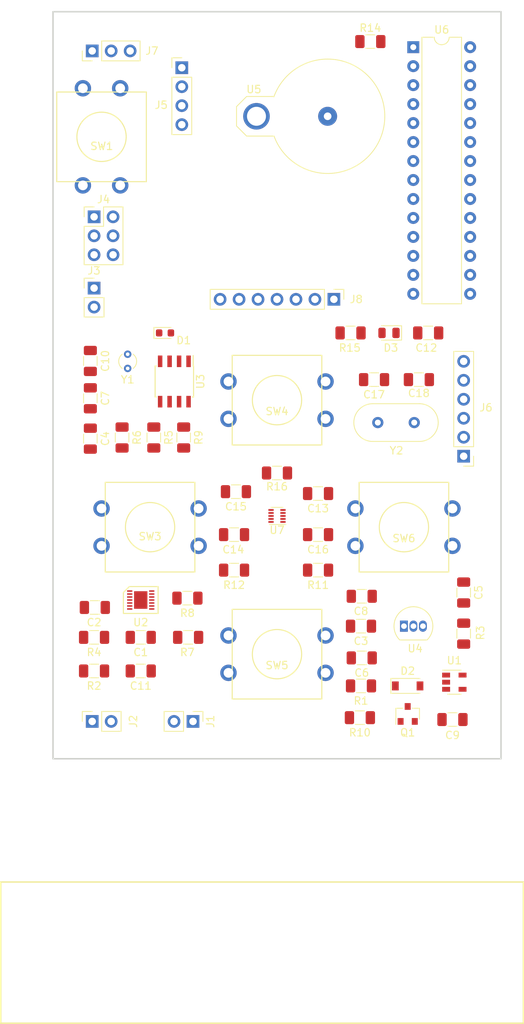
<source format=kicad_pcb>
(kicad_pcb (version 20171130) (host pcbnew 5.0.2-5.0.2)

  (general
    (thickness 1.6)
    (drawings 20)
    (tracks 0)
    (zones 0)
    (modules 59)
    (nets 46)
  )

  (page A4)
  (layers
    (0 F.Cu signal)
    (31 B.Cu signal)
    (32 B.Adhes user)
    (33 F.Adhes user)
    (34 B.Paste user)
    (35 F.Paste user)
    (36 B.SilkS user)
    (37 F.SilkS user)
    (38 B.Mask user)
    (39 F.Mask user)
    (40 Dwgs.User user)
    (41 Cmts.User user)
    (42 Eco1.User user)
    (43 Eco2.User user)
    (44 Edge.Cuts user)
    (45 Margin user)
    (46 B.CrtYd user)
    (47 F.CrtYd user)
    (48 B.Fab user)
    (49 F.Fab user)
  )

  (setup
    (last_trace_width 0.25)
    (trace_clearance 0.2)
    (zone_clearance 0.508)
    (zone_45_only no)
    (trace_min 0.2)
    (segment_width 0.2)
    (edge_width 0.2)
    (via_size 0.8)
    (via_drill 0.4)
    (via_min_size 0.4)
    (via_min_drill 0.3)
    (uvia_size 0.3)
    (uvia_drill 0.1)
    (uvias_allowed no)
    (uvia_min_size 0.2)
    (uvia_min_drill 0.1)
    (pcb_text_width 0.3)
    (pcb_text_size 1.5 1.5)
    (mod_edge_width 0.15)
    (mod_text_size 1 1)
    (mod_text_width 0.15)
    (pad_size 1.7 1.7)
    (pad_drill 1)
    (pad_to_mask_clearance 0.051)
    (solder_mask_min_width 0.25)
    (aux_axis_origin 0 0)
    (visible_elements FFFDF77F)
    (pcbplotparams
      (layerselection 0x010fc_ffffffff)
      (usegerberextensions false)
      (usegerberattributes false)
      (usegerberadvancedattributes false)
      (creategerberjobfile false)
      (excludeedgelayer true)
      (linewidth 0.100000)
      (plotframeref false)
      (viasonmask false)
      (mode 1)
      (useauxorigin false)
      (hpglpennumber 1)
      (hpglpenspeed 20)
      (hpglpendiameter 15.000000)
      (psnegative false)
      (psa4output false)
      (plotreference true)
      (plotvalue true)
      (plotinvisibletext false)
      (padsonsilk false)
      (subtractmaskfromsilk false)
      (outputformat 1)
      (mirror false)
      (drillshape 1)
      (scaleselection 1)
      (outputdirectory ""))
  )

  (net 0 "")
  (net 1 "Net-(C1-Pad1)")
  (net 2 GND)
  (net 3 "Net-(C2-Pad1)")
  (net 4 "Net-(C2-Pad2)")
  (net 5 "Net-(C3-Pad1)")
  (net 6 VCC)
  (net 7 "Net-(C6-Pad1)")
  (net 8 "Net-(C7-Pad1)")
  (net 9 "Net-(C8-Pad1)")
  (net 10 "Net-(C9-Pad1)")
  (net 11 "Net-(C10-Pad1)")
  (net 12 "Net-(C12-Pad1)")
  (net 13 "Net-(C13-Pad1)")
  (net 14 /XTAL2)
  (net 15 /XTAL1)
  (net 16 "Net-(D1-Pad1)")
  (net 17 "Net-(D1-Pad2)")
  (net 18 /BZR)
  (net 19 /MISO)
  (net 20 /SCK)
  (net 21 /SDA)
  (net 22 /SCL)
  (net 23 /MOSI)
  (net 24 /SS)
  (net 25 /INTO)
  (net 26 /RES)
  (net 27 /DC)
  (net 28 /CS)
  (net 29 "Net-(R3-Pad1)")
  (net 30 /SDL)
  (net 31 /MFP)
  (net 32 /RESET)
  (net 33 /MNU)
  (net 34 /UP)
  (net 35 /DWN)
  (net 36 /SEL)
  (net 37 "Net-(U2-Pad8)")
  (net 38 +1V5)
  (net 39 "Net-(U6-Pad2)")
  (net 40 /INTI)
  (net 41 "Net-(U6-Pad26)")
  (net 42 "Net-(U6-Pad1)")
  (net 43 "Net-(D3-Pad2)")
  (net 44 "Net-(R15-Pad2)")
  (net 45 "Net-(R16-Pad1)")

  (net_class Default "This is the default net class."
    (clearance 0.2)
    (trace_width 0.25)
    (via_dia 0.8)
    (via_drill 0.4)
    (uvia_dia 0.3)
    (uvia_drill 0.1)
    (add_net +1V5)
    (add_net /BZR)
    (add_net /CS)
    (add_net /DC)
    (add_net /DWN)
    (add_net /INTI)
    (add_net /INTO)
    (add_net /MFP)
    (add_net /MISO)
    (add_net /MNU)
    (add_net /MOSI)
    (add_net /RES)
    (add_net /RESET)
    (add_net /SCK)
    (add_net /SCL)
    (add_net /SDA)
    (add_net /SDL)
    (add_net /SEL)
    (add_net /SS)
    (add_net /UP)
    (add_net /XTAL1)
    (add_net /XTAL2)
    (add_net GND)
    (add_net "Net-(C1-Pad1)")
    (add_net "Net-(C10-Pad1)")
    (add_net "Net-(C12-Pad1)")
    (add_net "Net-(C13-Pad1)")
    (add_net "Net-(C2-Pad1)")
    (add_net "Net-(C2-Pad2)")
    (add_net "Net-(C3-Pad1)")
    (add_net "Net-(C6-Pad1)")
    (add_net "Net-(C7-Pad1)")
    (add_net "Net-(C8-Pad1)")
    (add_net "Net-(C9-Pad1)")
    (add_net "Net-(D1-Pad1)")
    (add_net "Net-(D1-Pad2)")
    (add_net "Net-(D3-Pad2)")
    (add_net "Net-(R15-Pad2)")
    (add_net "Net-(R16-Pad1)")
    (add_net "Net-(R3-Pad1)")
    (add_net "Net-(U2-Pad8)")
    (add_net "Net-(U6-Pad1)")
    (add_net "Net-(U6-Pad2)")
    (add_net "Net-(U6-Pad26)")
    (add_net VCC)
  )

  (module AlarmThermometer:switch_tactile_4pin (layer F.Cu) (tedit 5C33C00A) (tstamp 5C40DD46)
    (at 167 114 90)
    (path /5C2AB992)
    (fp_text reference SW6 (at -1.5 0 180) (layer F.SilkS)
      (effects (font (size 1 1) (thickness 0.15)))
    )
    (fp_text value SW_select (at -0.02 -10.63 90) (layer F.Fab)
      (effects (font (size 1 1) (thickness 0.15)))
    )
    (fp_circle (center 0 0) (end 3.3 0) (layer F.SilkS) (width 0.15))
    (fp_line (start -6 -6) (end 6 -6) (layer F.SilkS) (width 0.15))
    (fp_line (start 6 -6) (end 6 6) (layer F.SilkS) (width 0.15))
    (fp_line (start 6 6) (end -6 6) (layer F.SilkS) (width 0.15))
    (fp_line (start -6 6) (end -6 -6) (layer F.SilkS) (width 0.15))
    (pad 1 thru_hole circle (at -2.5 -6.5 90) (size 2.2 2.2) (drill 1.3) (layers *.Cu *.Mask)
      (net 36 /SEL))
    (pad 2 thru_hole circle (at 2.5 -6.5 90) (size 2.2 2.2) (drill 1.3) (layers *.Cu *.Mask)
      (net 2 GND))
    (pad 1 thru_hole circle (at -2.5 6.5 90) (size 2.2 2.2) (drill 1.3) (layers *.Cu *.Mask)
      (net 36 /SEL))
    (pad 2 thru_hole circle (at 2.5 6.5 90) (size 2.2 2.2) (drill 1.3) (layers *.Cu *.Mask)
      (net 2 GND))
  )

  (module AlarmThermometer:switch_tactile_4pin (layer F.Cu) (tedit 5C33C00A) (tstamp 5C404C2F)
    (at 150 131 90)
    (path /5C2A975B)
    (fp_text reference SW5 (at -1.5 0 180) (layer F.SilkS)
      (effects (font (size 1 1) (thickness 0.15)))
    )
    (fp_text value SW_down (at -0.02 -10.63 90) (layer F.Fab)
      (effects (font (size 1 1) (thickness 0.15)))
    )
    (fp_circle (center 0 0) (end 3.3 0) (layer F.SilkS) (width 0.15))
    (fp_line (start -6 -6) (end 6 -6) (layer F.SilkS) (width 0.15))
    (fp_line (start 6 -6) (end 6 6) (layer F.SilkS) (width 0.15))
    (fp_line (start 6 6) (end -6 6) (layer F.SilkS) (width 0.15))
    (fp_line (start -6 6) (end -6 -6) (layer F.SilkS) (width 0.15))
    (pad 1 thru_hole circle (at -2.5 -6.5 90) (size 2.2 2.2) (drill 1.3) (layers *.Cu *.Mask)
      (net 35 /DWN))
    (pad 2 thru_hole circle (at 2.5 -6.5 90) (size 2.2 2.2) (drill 1.3) (layers *.Cu *.Mask)
      (net 2 GND))
    (pad 1 thru_hole circle (at -2.5 6.5 90) (size 2.2 2.2) (drill 1.3) (layers *.Cu *.Mask)
      (net 35 /DWN))
    (pad 2 thru_hole circle (at 2.5 6.5 90) (size 2.2 2.2) (drill 1.3) (layers *.Cu *.Mask)
      (net 2 GND))
  )

  (module AlarmThermometer:switch_tactile_4pin (layer F.Cu) (tedit 5C33C00A) (tstamp 5C404C16)
    (at 150 97 90)
    (path /5C2A96D2)
    (fp_text reference SW4 (at -1.5 0 180) (layer F.SilkS)
      (effects (font (size 1 1) (thickness 0.15)))
    )
    (fp_text value SW_up (at -0.02 -10.63 90) (layer F.Fab)
      (effects (font (size 1 1) (thickness 0.15)))
    )
    (fp_circle (center 0 0) (end 3.3 0) (layer F.SilkS) (width 0.15))
    (fp_line (start -6 -6) (end 6 -6) (layer F.SilkS) (width 0.15))
    (fp_line (start 6 -6) (end 6 6) (layer F.SilkS) (width 0.15))
    (fp_line (start 6 6) (end -6 6) (layer F.SilkS) (width 0.15))
    (fp_line (start -6 6) (end -6 -6) (layer F.SilkS) (width 0.15))
    (pad 1 thru_hole circle (at -2.5 -6.5 90) (size 2.2 2.2) (drill 1.3) (layers *.Cu *.Mask)
      (net 34 /UP))
    (pad 2 thru_hole circle (at 2.5 -6.5 90) (size 2.2 2.2) (drill 1.3) (layers *.Cu *.Mask)
      (net 2 GND))
    (pad 1 thru_hole circle (at -2.5 6.5 90) (size 2.2 2.2) (drill 1.3) (layers *.Cu *.Mask)
      (net 34 /UP))
    (pad 2 thru_hole circle (at 2.5 6.5 90) (size 2.2 2.2) (drill 1.3) (layers *.Cu *.Mask)
      (net 2 GND))
  )

  (module AlarmThermometer:switch_tactile_4pin (layer F.Cu) (tedit 5C33C00A) (tstamp 5C404BFD)
    (at 133 114 90)
    (path /5C2A9634)
    (fp_text reference SW3 (at -1.25 0 180) (layer F.SilkS)
      (effects (font (size 1 1) (thickness 0.15)))
    )
    (fp_text value SW_menu (at -0.02 -10.63 90) (layer F.Fab)
      (effects (font (size 1 1) (thickness 0.15)))
    )
    (fp_circle (center 0 0) (end 3.3 0) (layer F.SilkS) (width 0.15))
    (fp_line (start -6 -6) (end 6 -6) (layer F.SilkS) (width 0.15))
    (fp_line (start 6 -6) (end 6 6) (layer F.SilkS) (width 0.15))
    (fp_line (start 6 6) (end -6 6) (layer F.SilkS) (width 0.15))
    (fp_line (start -6 6) (end -6 -6) (layer F.SilkS) (width 0.15))
    (pad 1 thru_hole circle (at -2.5 -6.5 90) (size 2.2 2.2) (drill 1.3) (layers *.Cu *.Mask)
      (net 33 /MNU))
    (pad 2 thru_hole circle (at 2.5 -6.5 90) (size 2.2 2.2) (drill 1.3) (layers *.Cu *.Mask)
      (net 2 GND))
    (pad 1 thru_hole circle (at -2.5 6.5 90) (size 2.2 2.2) (drill 1.3) (layers *.Cu *.Mask)
      (net 33 /MNU))
    (pad 2 thru_hole circle (at 2.5 6.5 90) (size 2.2 2.2) (drill 1.3) (layers *.Cu *.Mask)
      (net 2 GND))
  )

  (module AlarmThermometer:switch_tactile_4pin (layer F.Cu) (tedit 5C33C00A) (tstamp 5C34F8E9)
    (at 126.5 61.75)
    (path /5C2A9889)
    (fp_text reference SW1 (at 0.03 1.25) (layer F.SilkS)
      (effects (font (size 1 1) (thickness 0.15)))
    )
    (fp_text value "Power Switch" (at -0.02 -10.63) (layer F.Fab)
      (effects (font (size 1 1) (thickness 0.15)))
    )
    (fp_circle (center 0 0) (end 3.3 0) (layer F.SilkS) (width 0.15))
    (fp_line (start -6 -6) (end 6 -6) (layer F.SilkS) (width 0.15))
    (fp_line (start 6 -6) (end 6 6) (layer F.SilkS) (width 0.15))
    (fp_line (start 6 6) (end -6 6) (layer F.SilkS) (width 0.15))
    (fp_line (start -6 6) (end -6 -6) (layer F.SilkS) (width 0.15))
    (pad 1 thru_hole circle (at -2.5 -6.5) (size 2.2 2.2) (drill 1.3) (layers *.Cu *.Mask)
      (net 9 "Net-(C8-Pad1)"))
    (pad 2 thru_hole circle (at 2.5 -6.5) (size 2.2 2.2) (drill 1.3) (layers *.Cu *.Mask)
      (net 7 "Net-(C6-Pad1)"))
    (pad 1 thru_hole circle (at -2.5 6.5) (size 2.2 2.2) (drill 1.3) (layers *.Cu *.Mask)
      (net 9 "Net-(C8-Pad1)"))
    (pad 2 thru_hole circle (at 2.5 6.5) (size 2.2 2.2) (drill 1.3) (layers *.Cu *.Mask)
      (net 7 "Net-(C6-Pad1)"))
  )

  (module Capacitor_SMD:C_1206_3216Metric (layer F.Cu) (tedit 5B301BBE) (tstamp 5C350B02)
    (at 131.75 128.75)
    (descr "Capacitor SMD 1206 (3216 Metric), square (rectangular) end terminal, IPC_7351 nominal, (Body size source: http://www.tortai-tech.com/upload/download/2011102023233369053.pdf), generated with kicad-footprint-generator")
    (tags capacitor)
    (path /5C411FDF)
    (attr smd)
    (fp_text reference C1 (at 0 2) (layer F.SilkS)
      (effects (font (size 1 1) (thickness 0.15)))
    )
    (fp_text value 0.1uF (at 0 1.82) (layer F.Fab)
      (effects (font (size 1 1) (thickness 0.15)))
    )
    (fp_line (start -1.6 0.8) (end -1.6 -0.8) (layer F.Fab) (width 0.1))
    (fp_line (start -1.6 -0.8) (end 1.6 -0.8) (layer F.Fab) (width 0.1))
    (fp_line (start 1.6 -0.8) (end 1.6 0.8) (layer F.Fab) (width 0.1))
    (fp_line (start 1.6 0.8) (end -1.6 0.8) (layer F.Fab) (width 0.1))
    (fp_line (start -0.602064 -0.91) (end 0.602064 -0.91) (layer F.SilkS) (width 0.12))
    (fp_line (start -0.602064 0.91) (end 0.602064 0.91) (layer F.SilkS) (width 0.12))
    (fp_line (start -2.28 1.12) (end -2.28 -1.12) (layer F.CrtYd) (width 0.05))
    (fp_line (start -2.28 -1.12) (end 2.28 -1.12) (layer F.CrtYd) (width 0.05))
    (fp_line (start 2.28 -1.12) (end 2.28 1.12) (layer F.CrtYd) (width 0.05))
    (fp_line (start 2.28 1.12) (end -2.28 1.12) (layer F.CrtYd) (width 0.05))
    (fp_text user %R (at 0 0) (layer F.Fab)
      (effects (font (size 0.8 0.8) (thickness 0.12)))
    )
    (pad 1 smd roundrect (at -1.4 0) (size 1.25 1.75) (layers F.Cu F.Paste F.Mask) (roundrect_rratio 0.2)
      (net 1 "Net-(C1-Pad1)"))
    (pad 2 smd roundrect (at 1.4 0) (size 1.25 1.75) (layers F.Cu F.Paste F.Mask) (roundrect_rratio 0.2)
      (net 2 GND))
    (model ${KISYS3DMOD}/Capacitor_SMD.3dshapes/C_1206_3216Metric.wrl
      (at (xyz 0 0 0))
      (scale (xyz 1 1 1))
      (rotate (xyz 0 0 0))
    )
  )

  (module Capacitor_SMD:C_1206_3216Metric (layer F.Cu) (tedit 5B301BBE) (tstamp 5C3B0A5C)
    (at 125.6 124.75 180)
    (descr "Capacitor SMD 1206 (3216 Metric), square (rectangular) end terminal, IPC_7351 nominal, (Body size source: http://www.tortai-tech.com/upload/download/2011102023233369053.pdf), generated with kicad-footprint-generator")
    (tags capacitor)
    (path /5C592225)
    (attr smd)
    (fp_text reference C2 (at 0.1 -2 180) (layer F.SilkS)
      (effects (font (size 1 1) (thickness 0.15)))
    )
    (fp_text value 0.47uF (at 0 1.82 180) (layer F.Fab)
      (effects (font (size 1 1) (thickness 0.15)))
    )
    (fp_line (start -1.6 0.8) (end -1.6 -0.8) (layer F.Fab) (width 0.1))
    (fp_line (start -1.6 -0.8) (end 1.6 -0.8) (layer F.Fab) (width 0.1))
    (fp_line (start 1.6 -0.8) (end 1.6 0.8) (layer F.Fab) (width 0.1))
    (fp_line (start 1.6 0.8) (end -1.6 0.8) (layer F.Fab) (width 0.1))
    (fp_line (start -0.602064 -0.91) (end 0.602064 -0.91) (layer F.SilkS) (width 0.12))
    (fp_line (start -0.602064 0.91) (end 0.602064 0.91) (layer F.SilkS) (width 0.12))
    (fp_line (start -2.28 1.12) (end -2.28 -1.12) (layer F.CrtYd) (width 0.05))
    (fp_line (start -2.28 -1.12) (end 2.28 -1.12) (layer F.CrtYd) (width 0.05))
    (fp_line (start 2.28 -1.12) (end 2.28 1.12) (layer F.CrtYd) (width 0.05))
    (fp_line (start 2.28 1.12) (end -2.28 1.12) (layer F.CrtYd) (width 0.05))
    (fp_text user %R (at 0 0 180) (layer F.Fab)
      (effects (font (size 0.8 0.8) (thickness 0.12)))
    )
    (pad 1 smd roundrect (at -1.4 0 180) (size 1.25 1.75) (layers F.Cu F.Paste F.Mask) (roundrect_rratio 0.2)
      (net 3 "Net-(C2-Pad1)"))
    (pad 2 smd roundrect (at 1.4 0 180) (size 1.25 1.75) (layers F.Cu F.Paste F.Mask) (roundrect_rratio 0.2)
      (net 4 "Net-(C2-Pad2)"))
    (model ${KISYS3DMOD}/Capacitor_SMD.3dshapes/C_1206_3216Metric.wrl
      (at (xyz 0 0 0))
      (scale (xyz 1 1 1))
      (rotate (xyz 0 0 0))
    )
  )

  (module Capacitor_SMD:C_1206_3216Metric (layer F.Cu) (tedit 5B301BBE) (tstamp 5C404193)
    (at 161.25 127.25 180)
    (descr "Capacitor SMD 1206 (3216 Metric), square (rectangular) end terminal, IPC_7351 nominal, (Body size source: http://www.tortai-tech.com/upload/download/2011102023233369053.pdf), generated with kicad-footprint-generator")
    (tags capacitor)
    (path /5C253624)
    (attr smd)
    (fp_text reference C3 (at 0 -2 180) (layer F.SilkS)
      (effects (font (size 1 1) (thickness 0.15)))
    )
    (fp_text value 4.7uF (at 0 1.82 180) (layer F.Fab)
      (effects (font (size 1 1) (thickness 0.15)))
    )
    (fp_line (start -1.6 0.8) (end -1.6 -0.8) (layer F.Fab) (width 0.1))
    (fp_line (start -1.6 -0.8) (end 1.6 -0.8) (layer F.Fab) (width 0.1))
    (fp_line (start 1.6 -0.8) (end 1.6 0.8) (layer F.Fab) (width 0.1))
    (fp_line (start 1.6 0.8) (end -1.6 0.8) (layer F.Fab) (width 0.1))
    (fp_line (start -0.602064 -0.91) (end 0.602064 -0.91) (layer F.SilkS) (width 0.12))
    (fp_line (start -0.602064 0.91) (end 0.602064 0.91) (layer F.SilkS) (width 0.12))
    (fp_line (start -2.28 1.12) (end -2.28 -1.12) (layer F.CrtYd) (width 0.05))
    (fp_line (start -2.28 -1.12) (end 2.28 -1.12) (layer F.CrtYd) (width 0.05))
    (fp_line (start 2.28 -1.12) (end 2.28 1.12) (layer F.CrtYd) (width 0.05))
    (fp_line (start 2.28 1.12) (end -2.28 1.12) (layer F.CrtYd) (width 0.05))
    (fp_text user %R (at 0 0 180) (layer F.Fab)
      (effects (font (size 0.8 0.8) (thickness 0.12)))
    )
    (pad 1 smd roundrect (at -1.4 0 180) (size 1.25 1.75) (layers F.Cu F.Paste F.Mask) (roundrect_rratio 0.2)
      (net 5 "Net-(C3-Pad1)"))
    (pad 2 smd roundrect (at 1.4 0 180) (size 1.25 1.75) (layers F.Cu F.Paste F.Mask) (roundrect_rratio 0.2)
      (net 2 GND))
    (model ${KISYS3DMOD}/Capacitor_SMD.3dshapes/C_1206_3216Metric.wrl
      (at (xyz 0 0 0))
      (scale (xyz 1 1 1))
      (rotate (xyz 0 0 0))
    )
  )

  (module Capacitor_SMD:C_1206_3216Metric (layer F.Cu) (tedit 5B301BBE) (tstamp 5C3B0A7E)
    (at 125 102.15 90)
    (descr "Capacitor SMD 1206 (3216 Metric), square (rectangular) end terminal, IPC_7351 nominal, (Body size source: http://www.tortai-tech.com/upload/download/2011102023233369053.pdf), generated with kicad-footprint-generator")
    (tags capacitor)
    (path /5C38805A)
    (attr smd)
    (fp_text reference C4 (at 0 2 90) (layer F.SilkS)
      (effects (font (size 1 1) (thickness 0.15)))
    )
    (fp_text value 0.1uF (at 0 1.82 90) (layer F.Fab)
      (effects (font (size 1 1) (thickness 0.15)))
    )
    (fp_line (start -1.6 0.8) (end -1.6 -0.8) (layer F.Fab) (width 0.1))
    (fp_line (start -1.6 -0.8) (end 1.6 -0.8) (layer F.Fab) (width 0.1))
    (fp_line (start 1.6 -0.8) (end 1.6 0.8) (layer F.Fab) (width 0.1))
    (fp_line (start 1.6 0.8) (end -1.6 0.8) (layer F.Fab) (width 0.1))
    (fp_line (start -0.602064 -0.91) (end 0.602064 -0.91) (layer F.SilkS) (width 0.12))
    (fp_line (start -0.602064 0.91) (end 0.602064 0.91) (layer F.SilkS) (width 0.12))
    (fp_line (start -2.28 1.12) (end -2.28 -1.12) (layer F.CrtYd) (width 0.05))
    (fp_line (start -2.28 -1.12) (end 2.28 -1.12) (layer F.CrtYd) (width 0.05))
    (fp_line (start 2.28 -1.12) (end 2.28 1.12) (layer F.CrtYd) (width 0.05))
    (fp_line (start 2.28 1.12) (end -2.28 1.12) (layer F.CrtYd) (width 0.05))
    (fp_text user %R (at 0 0 90) (layer F.Fab)
      (effects (font (size 0.8 0.8) (thickness 0.12)))
    )
    (pad 1 smd roundrect (at -1.4 0 90) (size 1.25 1.75) (layers F.Cu F.Paste F.Mask) (roundrect_rratio 0.2)
      (net 6 VCC))
    (pad 2 smd roundrect (at 1.4 0 90) (size 1.25 1.75) (layers F.Cu F.Paste F.Mask) (roundrect_rratio 0.2)
      (net 2 GND))
    (model ${KISYS3DMOD}/Capacitor_SMD.3dshapes/C_1206_3216Metric.wrl
      (at (xyz 0 0 0))
      (scale (xyz 1 1 1))
      (rotate (xyz 0 0 0))
    )
  )

  (module Capacitor_SMD:C_1206_3216Metric (layer F.Cu) (tedit 5B301BBE) (tstamp 5C4042A2)
    (at 175 122.75 90)
    (descr "Capacitor SMD 1206 (3216 Metric), square (rectangular) end terminal, IPC_7351 nominal, (Body size source: http://www.tortai-tech.com/upload/download/2011102023233369053.pdf), generated with kicad-footprint-generator")
    (tags capacitor)
    (path /5C264B54)
    (attr smd)
    (fp_text reference C5 (at 0 2 90) (layer F.SilkS)
      (effects (font (size 1 1) (thickness 0.15)))
    )
    (fp_text value 1uF (at 0 1.82 90) (layer F.Fab)
      (effects (font (size 1 1) (thickness 0.15)))
    )
    (fp_text user %R (at 0 0 90) (layer F.Fab)
      (effects (font (size 0.8 0.8) (thickness 0.12)))
    )
    (fp_line (start 2.28 1.12) (end -2.28 1.12) (layer F.CrtYd) (width 0.05))
    (fp_line (start 2.28 -1.12) (end 2.28 1.12) (layer F.CrtYd) (width 0.05))
    (fp_line (start -2.28 -1.12) (end 2.28 -1.12) (layer F.CrtYd) (width 0.05))
    (fp_line (start -2.28 1.12) (end -2.28 -1.12) (layer F.CrtYd) (width 0.05))
    (fp_line (start -0.602064 0.91) (end 0.602064 0.91) (layer F.SilkS) (width 0.12))
    (fp_line (start -0.602064 -0.91) (end 0.602064 -0.91) (layer F.SilkS) (width 0.12))
    (fp_line (start 1.6 0.8) (end -1.6 0.8) (layer F.Fab) (width 0.1))
    (fp_line (start 1.6 -0.8) (end 1.6 0.8) (layer F.Fab) (width 0.1))
    (fp_line (start -1.6 -0.8) (end 1.6 -0.8) (layer F.Fab) (width 0.1))
    (fp_line (start -1.6 0.8) (end -1.6 -0.8) (layer F.Fab) (width 0.1))
    (pad 2 smd roundrect (at 1.4 0 90) (size 1.25 1.75) (layers F.Cu F.Paste F.Mask) (roundrect_rratio 0.2)
      (net 2 GND))
    (pad 1 smd roundrect (at -1.4 0 90) (size 1.25 1.75) (layers F.Cu F.Paste F.Mask) (roundrect_rratio 0.2)
      (net 6 VCC))
    (model ${KISYS3DMOD}/Capacitor_SMD.3dshapes/C_1206_3216Metric.wrl
      (at (xyz 0 0 0))
      (scale (xyz 1 1 1))
      (rotate (xyz 0 0 0))
    )
  )

  (module Capacitor_SMD:C_1206_3216Metric (layer F.Cu) (tedit 5B301BBE) (tstamp 5C3B0AA0)
    (at 161.35 131.5 180)
    (descr "Capacitor SMD 1206 (3216 Metric), square (rectangular) end terminal, IPC_7351 nominal, (Body size source: http://www.tortai-tech.com/upload/download/2011102023233369053.pdf), generated with kicad-footprint-generator")
    (tags capacitor)
    (path /5C2539AE)
    (attr smd)
    (fp_text reference C6 (at 0 -2 180) (layer F.SilkS)
      (effects (font (size 1 1) (thickness 0.15)))
    )
    (fp_text value 1uF (at 0 1.82 180) (layer F.Fab)
      (effects (font (size 1 1) (thickness 0.15)))
    )
    (fp_text user %R (at 0 0 180) (layer F.Fab)
      (effects (font (size 0.8 0.8) (thickness 0.12)))
    )
    (fp_line (start 2.28 1.12) (end -2.28 1.12) (layer F.CrtYd) (width 0.05))
    (fp_line (start 2.28 -1.12) (end 2.28 1.12) (layer F.CrtYd) (width 0.05))
    (fp_line (start -2.28 -1.12) (end 2.28 -1.12) (layer F.CrtYd) (width 0.05))
    (fp_line (start -2.28 1.12) (end -2.28 -1.12) (layer F.CrtYd) (width 0.05))
    (fp_line (start -0.602064 0.91) (end 0.602064 0.91) (layer F.SilkS) (width 0.12))
    (fp_line (start -0.602064 -0.91) (end 0.602064 -0.91) (layer F.SilkS) (width 0.12))
    (fp_line (start 1.6 0.8) (end -1.6 0.8) (layer F.Fab) (width 0.1))
    (fp_line (start 1.6 -0.8) (end 1.6 0.8) (layer F.Fab) (width 0.1))
    (fp_line (start -1.6 -0.8) (end 1.6 -0.8) (layer F.Fab) (width 0.1))
    (fp_line (start -1.6 0.8) (end -1.6 -0.8) (layer F.Fab) (width 0.1))
    (pad 2 smd roundrect (at 1.4 0 180) (size 1.25 1.75) (layers F.Cu F.Paste F.Mask) (roundrect_rratio 0.2)
      (net 2 GND))
    (pad 1 smd roundrect (at -1.4 0 180) (size 1.25 1.75) (layers F.Cu F.Paste F.Mask) (roundrect_rratio 0.2)
      (net 7 "Net-(C6-Pad1)"))
    (model ${KISYS3DMOD}/Capacitor_SMD.3dshapes/C_1206_3216Metric.wrl
      (at (xyz 0 0 0))
      (scale (xyz 1 1 1))
      (rotate (xyz 0 0 0))
    )
  )

  (module Capacitor_SMD:C_1206_3216Metric (layer F.Cu) (tedit 5B301BBE) (tstamp 5C3B0AB1)
    (at 125 96.75 270)
    (descr "Capacitor SMD 1206 (3216 Metric), square (rectangular) end terminal, IPC_7351 nominal, (Body size source: http://www.tortai-tech.com/upload/download/2011102023233369053.pdf), generated with kicad-footprint-generator")
    (tags capacitor)
    (path /5C2F0FDA)
    (attr smd)
    (fp_text reference C7 (at 0 -2 270) (layer F.SilkS)
      (effects (font (size 1 1) (thickness 0.15)))
    )
    (fp_text value 6.8pF (at 0 1.82 270) (layer F.Fab)
      (effects (font (size 1 1) (thickness 0.15)))
    )
    (fp_text user %R (at 0 0 270) (layer F.Fab)
      (effects (font (size 0.8 0.8) (thickness 0.12)))
    )
    (fp_line (start 2.28 1.12) (end -2.28 1.12) (layer F.CrtYd) (width 0.05))
    (fp_line (start 2.28 -1.12) (end 2.28 1.12) (layer F.CrtYd) (width 0.05))
    (fp_line (start -2.28 -1.12) (end 2.28 -1.12) (layer F.CrtYd) (width 0.05))
    (fp_line (start -2.28 1.12) (end -2.28 -1.12) (layer F.CrtYd) (width 0.05))
    (fp_line (start -0.602064 0.91) (end 0.602064 0.91) (layer F.SilkS) (width 0.12))
    (fp_line (start -0.602064 -0.91) (end 0.602064 -0.91) (layer F.SilkS) (width 0.12))
    (fp_line (start 1.6 0.8) (end -1.6 0.8) (layer F.Fab) (width 0.1))
    (fp_line (start 1.6 -0.8) (end 1.6 0.8) (layer F.Fab) (width 0.1))
    (fp_line (start -1.6 -0.8) (end 1.6 -0.8) (layer F.Fab) (width 0.1))
    (fp_line (start -1.6 0.8) (end -1.6 -0.8) (layer F.Fab) (width 0.1))
    (pad 2 smd roundrect (at 1.4 0 270) (size 1.25 1.75) (layers F.Cu F.Paste F.Mask) (roundrect_rratio 0.2)
      (net 2 GND))
    (pad 1 smd roundrect (at -1.4 0 270) (size 1.25 1.75) (layers F.Cu F.Paste F.Mask) (roundrect_rratio 0.2)
      (net 8 "Net-(C7-Pad1)"))
    (model ${KISYS3DMOD}/Capacitor_SMD.3dshapes/C_1206_3216Metric.wrl
      (at (xyz 0 0 0))
      (scale (xyz 1 1 1))
      (rotate (xyz 0 0 0))
    )
  )

  (module Capacitor_SMD:C_1206_3216Metric (layer F.Cu) (tedit 5B301BBE) (tstamp 5C404262)
    (at 161.35 123.25 180)
    (descr "Capacitor SMD 1206 (3216 Metric), square (rectangular) end terminal, IPC_7351 nominal, (Body size source: http://www.tortai-tech.com/upload/download/2011102023233369053.pdf), generated with kicad-footprint-generator")
    (tags capacitor)
    (path /5C2648D2)
    (attr smd)
    (fp_text reference C8 (at 0.1 -2 180) (layer F.SilkS)
      (effects (font (size 1 1) (thickness 0.15)))
    )
    (fp_text value 1uF (at 0 1.82 180) (layer F.Fab)
      (effects (font (size 1 1) (thickness 0.15)))
    )
    (fp_text user %R (at 0 0 180) (layer F.Fab)
      (effects (font (size 0.8 0.8) (thickness 0.12)))
    )
    (fp_line (start 2.28 1.12) (end -2.28 1.12) (layer F.CrtYd) (width 0.05))
    (fp_line (start 2.28 -1.12) (end 2.28 1.12) (layer F.CrtYd) (width 0.05))
    (fp_line (start -2.28 -1.12) (end 2.28 -1.12) (layer F.CrtYd) (width 0.05))
    (fp_line (start -2.28 1.12) (end -2.28 -1.12) (layer F.CrtYd) (width 0.05))
    (fp_line (start -0.602064 0.91) (end 0.602064 0.91) (layer F.SilkS) (width 0.12))
    (fp_line (start -0.602064 -0.91) (end 0.602064 -0.91) (layer F.SilkS) (width 0.12))
    (fp_line (start 1.6 0.8) (end -1.6 0.8) (layer F.Fab) (width 0.1))
    (fp_line (start 1.6 -0.8) (end 1.6 0.8) (layer F.Fab) (width 0.1))
    (fp_line (start -1.6 -0.8) (end 1.6 -0.8) (layer F.Fab) (width 0.1))
    (fp_line (start -1.6 0.8) (end -1.6 -0.8) (layer F.Fab) (width 0.1))
    (pad 2 smd roundrect (at 1.4 0 180) (size 1.25 1.75) (layers F.Cu F.Paste F.Mask) (roundrect_rratio 0.2)
      (net 2 GND))
    (pad 1 smd roundrect (at -1.4 0 180) (size 1.25 1.75) (layers F.Cu F.Paste F.Mask) (roundrect_rratio 0.2)
      (net 9 "Net-(C8-Pad1)"))
    (model ${KISYS3DMOD}/Capacitor_SMD.3dshapes/C_1206_3216Metric.wrl
      (at (xyz 0 0 0))
      (scale (xyz 1 1 1))
      (rotate (xyz 0 0 0))
    )
  )

  (module Capacitor_SMD:C_1206_3216Metric (layer F.Cu) (tedit 5B301BBE) (tstamp 5C3B0AD3)
    (at 173.5 139.75 180)
    (descr "Capacitor SMD 1206 (3216 Metric), square (rectangular) end terminal, IPC_7351 nominal, (Body size source: http://www.tortai-tech.com/upload/download/2011102023233369053.pdf), generated with kicad-footprint-generator")
    (tags capacitor)
    (path /5C253714)
    (attr smd)
    (fp_text reference C9 (at 0 -2.1 180) (layer F.SilkS)
      (effects (font (size 1 1) (thickness 0.15)))
    )
    (fp_text value 4.7uF (at 0 1.82 180) (layer F.Fab)
      (effects (font (size 1 1) (thickness 0.15)))
    )
    (fp_text user %R (at 0 0 180) (layer F.Fab)
      (effects (font (size 0.8 0.8) (thickness 0.12)))
    )
    (fp_line (start 2.28 1.12) (end -2.28 1.12) (layer F.CrtYd) (width 0.05))
    (fp_line (start 2.28 -1.12) (end 2.28 1.12) (layer F.CrtYd) (width 0.05))
    (fp_line (start -2.28 -1.12) (end 2.28 -1.12) (layer F.CrtYd) (width 0.05))
    (fp_line (start -2.28 1.12) (end -2.28 -1.12) (layer F.CrtYd) (width 0.05))
    (fp_line (start -0.602064 0.91) (end 0.602064 0.91) (layer F.SilkS) (width 0.12))
    (fp_line (start -0.602064 -0.91) (end 0.602064 -0.91) (layer F.SilkS) (width 0.12))
    (fp_line (start 1.6 0.8) (end -1.6 0.8) (layer F.Fab) (width 0.1))
    (fp_line (start 1.6 -0.8) (end 1.6 0.8) (layer F.Fab) (width 0.1))
    (fp_line (start -1.6 -0.8) (end 1.6 -0.8) (layer F.Fab) (width 0.1))
    (fp_line (start -1.6 0.8) (end -1.6 -0.8) (layer F.Fab) (width 0.1))
    (pad 2 smd roundrect (at 1.4 0 180) (size 1.25 1.75) (layers F.Cu F.Paste F.Mask) (roundrect_rratio 0.2)
      (net 2 GND))
    (pad 1 smd roundrect (at -1.4 0 180) (size 1.25 1.75) (layers F.Cu F.Paste F.Mask) (roundrect_rratio 0.2)
      (net 10 "Net-(C9-Pad1)"))
    (model ${KISYS3DMOD}/Capacitor_SMD.3dshapes/C_1206_3216Metric.wrl
      (at (xyz 0 0 0))
      (scale (xyz 1 1 1))
      (rotate (xyz 0 0 0))
    )
  )

  (module Capacitor_SMD:C_1206_3216Metric (layer F.Cu) (tedit 5B301BBE) (tstamp 5C3B0AE4)
    (at 125 91.75 90)
    (descr "Capacitor SMD 1206 (3216 Metric), square (rectangular) end terminal, IPC_7351 nominal, (Body size source: http://www.tortai-tech.com/upload/download/2011102023233369053.pdf), generated with kicad-footprint-generator")
    (tags capacitor)
    (path /5C2F124B)
    (attr smd)
    (fp_text reference C10 (at 0 2 90) (layer F.SilkS)
      (effects (font (size 1 1) (thickness 0.15)))
    )
    (fp_text value 6.8pF (at 0 1.82 90) (layer F.Fab)
      (effects (font (size 1 1) (thickness 0.15)))
    )
    (fp_line (start -1.6 0.8) (end -1.6 -0.8) (layer F.Fab) (width 0.1))
    (fp_line (start -1.6 -0.8) (end 1.6 -0.8) (layer F.Fab) (width 0.1))
    (fp_line (start 1.6 -0.8) (end 1.6 0.8) (layer F.Fab) (width 0.1))
    (fp_line (start 1.6 0.8) (end -1.6 0.8) (layer F.Fab) (width 0.1))
    (fp_line (start -0.602064 -0.91) (end 0.602064 -0.91) (layer F.SilkS) (width 0.12))
    (fp_line (start -0.602064 0.91) (end 0.602064 0.91) (layer F.SilkS) (width 0.12))
    (fp_line (start -2.28 1.12) (end -2.28 -1.12) (layer F.CrtYd) (width 0.05))
    (fp_line (start -2.28 -1.12) (end 2.28 -1.12) (layer F.CrtYd) (width 0.05))
    (fp_line (start 2.28 -1.12) (end 2.28 1.12) (layer F.CrtYd) (width 0.05))
    (fp_line (start 2.28 1.12) (end -2.28 1.12) (layer F.CrtYd) (width 0.05))
    (fp_text user %R (at 0 0 90) (layer F.Fab)
      (effects (font (size 0.8 0.8) (thickness 0.12)))
    )
    (pad 1 smd roundrect (at -1.4 0 90) (size 1.25 1.75) (layers F.Cu F.Paste F.Mask) (roundrect_rratio 0.2)
      (net 11 "Net-(C10-Pad1)"))
    (pad 2 smd roundrect (at 1.4 0 90) (size 1.25 1.75) (layers F.Cu F.Paste F.Mask) (roundrect_rratio 0.2)
      (net 2 GND))
    (model ${KISYS3DMOD}/Capacitor_SMD.3dshapes/C_1206_3216Metric.wrl
      (at (xyz 0 0 0))
      (scale (xyz 1 1 1))
      (rotate (xyz 0 0 0))
    )
  )

  (module Capacitor_SMD:C_1206_3216Metric (layer F.Cu) (tedit 5B301BBE) (tstamp 5C3B0AF5)
    (at 131.75 133.25 180)
    (descr "Capacitor SMD 1206 (3216 Metric), square (rectangular) end terminal, IPC_7351 nominal, (Body size source: http://www.tortai-tech.com/upload/download/2011102023233369053.pdf), generated with kicad-footprint-generator")
    (tags capacitor)
    (path /5C2A0F3A)
    (attr smd)
    (fp_text reference C11 (at 0 -2 180) (layer F.SilkS)
      (effects (font (size 1 1) (thickness 0.15)))
    )
    (fp_text value 0.1uF (at 0 1.82 180) (layer F.Fab)
      (effects (font (size 1 1) (thickness 0.15)))
    )
    (fp_line (start -1.6 0.8) (end -1.6 -0.8) (layer F.Fab) (width 0.1))
    (fp_line (start -1.6 -0.8) (end 1.6 -0.8) (layer F.Fab) (width 0.1))
    (fp_line (start 1.6 -0.8) (end 1.6 0.8) (layer F.Fab) (width 0.1))
    (fp_line (start 1.6 0.8) (end -1.6 0.8) (layer F.Fab) (width 0.1))
    (fp_line (start -0.602064 -0.91) (end 0.602064 -0.91) (layer F.SilkS) (width 0.12))
    (fp_line (start -0.602064 0.91) (end 0.602064 0.91) (layer F.SilkS) (width 0.12))
    (fp_line (start -2.28 1.12) (end -2.28 -1.12) (layer F.CrtYd) (width 0.05))
    (fp_line (start -2.28 -1.12) (end 2.28 -1.12) (layer F.CrtYd) (width 0.05))
    (fp_line (start 2.28 -1.12) (end 2.28 1.12) (layer F.CrtYd) (width 0.05))
    (fp_line (start 2.28 1.12) (end -2.28 1.12) (layer F.CrtYd) (width 0.05))
    (fp_text user %R (at 0 0 180) (layer F.Fab)
      (effects (font (size 0.8 0.8) (thickness 0.12)))
    )
    (pad 1 smd roundrect (at -1.4 0 180) (size 1.25 1.75) (layers F.Cu F.Paste F.Mask) (roundrect_rratio 0.2)
      (net 6 VCC))
    (pad 2 smd roundrect (at 1.4 0 180) (size 1.25 1.75) (layers F.Cu F.Paste F.Mask) (roundrect_rratio 0.2)
      (net 2 GND))
    (model ${KISYS3DMOD}/Capacitor_SMD.3dshapes/C_1206_3216Metric.wrl
      (at (xyz 0 0 0))
      (scale (xyz 1 1 1))
      (rotate (xyz 0 0 0))
    )
  )

  (module Capacitor_SMD:C_1206_3216Metric (layer F.Cu) (tedit 5B301BBE) (tstamp 5C403F23)
    (at 170.25 88)
    (descr "Capacitor SMD 1206 (3216 Metric), square (rectangular) end terminal, IPC_7351 nominal, (Body size source: http://www.tortai-tech.com/upload/download/2011102023233369053.pdf), generated with kicad-footprint-generator")
    (tags capacitor)
    (path /5C23E59B)
    (attr smd)
    (fp_text reference C12 (at -0.25 2) (layer F.SilkS)
      (effects (font (size 1 1) (thickness 0.15)))
    )
    (fp_text value "0.1 uF" (at 0 1.82) (layer F.Fab)
      (effects (font (size 1 1) (thickness 0.15)))
    )
    (fp_text user %R (at 0 0) (layer F.Fab)
      (effects (font (size 0.8 0.8) (thickness 0.12)))
    )
    (fp_line (start 2.28 1.12) (end -2.28 1.12) (layer F.CrtYd) (width 0.05))
    (fp_line (start 2.28 -1.12) (end 2.28 1.12) (layer F.CrtYd) (width 0.05))
    (fp_line (start -2.28 -1.12) (end 2.28 -1.12) (layer F.CrtYd) (width 0.05))
    (fp_line (start -2.28 1.12) (end -2.28 -1.12) (layer F.CrtYd) (width 0.05))
    (fp_line (start -0.602064 0.91) (end 0.602064 0.91) (layer F.SilkS) (width 0.12))
    (fp_line (start -0.602064 -0.91) (end 0.602064 -0.91) (layer F.SilkS) (width 0.12))
    (fp_line (start 1.6 0.8) (end -1.6 0.8) (layer F.Fab) (width 0.1))
    (fp_line (start 1.6 -0.8) (end 1.6 0.8) (layer F.Fab) (width 0.1))
    (fp_line (start -1.6 -0.8) (end 1.6 -0.8) (layer F.Fab) (width 0.1))
    (fp_line (start -1.6 0.8) (end -1.6 -0.8) (layer F.Fab) (width 0.1))
    (pad 2 smd roundrect (at 1.4 0) (size 1.25 1.75) (layers F.Cu F.Paste F.Mask) (roundrect_rratio 0.2)
      (net 2 GND))
    (pad 1 smd roundrect (at -1.4 0) (size 1.25 1.75) (layers F.Cu F.Paste F.Mask) (roundrect_rratio 0.2)
      (net 12 "Net-(C12-Pad1)"))
    (model ${KISYS3DMOD}/Capacitor_SMD.3dshapes/C_1206_3216Metric.wrl
      (at (xyz 0 0 0))
      (scale (xyz 1 1 1))
      (rotate (xyz 0 0 0))
    )
  )

  (module Capacitor_SMD:C_1206_3216Metric (layer F.Cu) (tedit 5B301BBE) (tstamp 5C40D948)
    (at 155.5 109.5)
    (descr "Capacitor SMD 1206 (3216 Metric), square (rectangular) end terminal, IPC_7351 nominal, (Body size source: http://www.tortai-tech.com/upload/download/2011102023233369053.pdf), generated with kicad-footprint-generator")
    (tags capacitor)
    (path /5C2E0BD8)
    (attr smd)
    (fp_text reference C13 (at 0 2) (layer F.SilkS)
      (effects (font (size 1 1) (thickness 0.15)))
    )
    (fp_text value 0.1uF (at 0 1.82) (layer F.Fab)
      (effects (font (size 1 1) (thickness 0.15)))
    )
    (fp_text user %R (at 0 0) (layer F.Fab)
      (effects (font (size 0.8 0.8) (thickness 0.12)))
    )
    (fp_line (start 2.28 1.12) (end -2.28 1.12) (layer F.CrtYd) (width 0.05))
    (fp_line (start 2.28 -1.12) (end 2.28 1.12) (layer F.CrtYd) (width 0.05))
    (fp_line (start -2.28 -1.12) (end 2.28 -1.12) (layer F.CrtYd) (width 0.05))
    (fp_line (start -2.28 1.12) (end -2.28 -1.12) (layer F.CrtYd) (width 0.05))
    (fp_line (start -0.602064 0.91) (end 0.602064 0.91) (layer F.SilkS) (width 0.12))
    (fp_line (start -0.602064 -0.91) (end 0.602064 -0.91) (layer F.SilkS) (width 0.12))
    (fp_line (start 1.6 0.8) (end -1.6 0.8) (layer F.Fab) (width 0.1))
    (fp_line (start 1.6 -0.8) (end 1.6 0.8) (layer F.Fab) (width 0.1))
    (fp_line (start -1.6 -0.8) (end 1.6 -0.8) (layer F.Fab) (width 0.1))
    (fp_line (start -1.6 0.8) (end -1.6 -0.8) (layer F.Fab) (width 0.1))
    (pad 2 smd roundrect (at 1.4 0) (size 1.25 1.75) (layers F.Cu F.Paste F.Mask) (roundrect_rratio 0.2)
      (net 2 GND))
    (pad 1 smd roundrect (at -1.4 0) (size 1.25 1.75) (layers F.Cu F.Paste F.Mask) (roundrect_rratio 0.2)
      (net 13 "Net-(C13-Pad1)"))
    (model ${KISYS3DMOD}/Capacitor_SMD.3dshapes/C_1206_3216Metric.wrl
      (at (xyz 0 0 0))
      (scale (xyz 1 1 1))
      (rotate (xyz 0 0 0))
    )
  )

  (module Capacitor_SMD:C_1206_3216Metric (layer F.Cu) (tedit 5B301BBE) (tstamp 5C3B0B28)
    (at 144.25 115 180)
    (descr "Capacitor SMD 1206 (3216 Metric), square (rectangular) end terminal, IPC_7351 nominal, (Body size source: http://www.tortai-tech.com/upload/download/2011102023233369053.pdf), generated with kicad-footprint-generator")
    (tags capacitor)
    (path /5C2F85F6)
    (attr smd)
    (fp_text reference C14 (at 0.1 -2 180) (layer F.SilkS)
      (effects (font (size 1 1) (thickness 0.15)))
    )
    (fp_text value 0.1uF (at 0 1.82 180) (layer F.Fab)
      (effects (font (size 1 1) (thickness 0.15)))
    )
    (fp_text user %R (at 0 0 180) (layer F.Fab)
      (effects (font (size 0.8 0.8) (thickness 0.12)))
    )
    (fp_line (start 2.28 1.12) (end -2.28 1.12) (layer F.CrtYd) (width 0.05))
    (fp_line (start 2.28 -1.12) (end 2.28 1.12) (layer F.CrtYd) (width 0.05))
    (fp_line (start -2.28 -1.12) (end 2.28 -1.12) (layer F.CrtYd) (width 0.05))
    (fp_line (start -2.28 1.12) (end -2.28 -1.12) (layer F.CrtYd) (width 0.05))
    (fp_line (start -0.602064 0.91) (end 0.602064 0.91) (layer F.SilkS) (width 0.12))
    (fp_line (start -0.602064 -0.91) (end 0.602064 -0.91) (layer F.SilkS) (width 0.12))
    (fp_line (start 1.6 0.8) (end -1.6 0.8) (layer F.Fab) (width 0.1))
    (fp_line (start 1.6 -0.8) (end 1.6 0.8) (layer F.Fab) (width 0.1))
    (fp_line (start -1.6 -0.8) (end 1.6 -0.8) (layer F.Fab) (width 0.1))
    (fp_line (start -1.6 0.8) (end -1.6 -0.8) (layer F.Fab) (width 0.1))
    (pad 2 smd roundrect (at 1.4 0 180) (size 1.25 1.75) (layers F.Cu F.Paste F.Mask) (roundrect_rratio 0.2)
      (net 2 GND))
    (pad 1 smd roundrect (at -1.4 0 180) (size 1.25 1.75) (layers F.Cu F.Paste F.Mask) (roundrect_rratio 0.2)
      (net 6 VCC))
    (model ${KISYS3DMOD}/Capacitor_SMD.3dshapes/C_1206_3216Metric.wrl
      (at (xyz 0 0 0))
      (scale (xyz 1 1 1))
      (rotate (xyz 0 0 0))
    )
  )

  (module Capacitor_SMD:C_1206_3216Metric (layer F.Cu) (tedit 5B301BBE) (tstamp 5C3B0B39)
    (at 144.5 109.25 180)
    (descr "Capacitor SMD 1206 (3216 Metric), square (rectangular) end terminal, IPC_7351 nominal, (Body size source: http://www.tortai-tech.com/upload/download/2011102023233369053.pdf), generated with kicad-footprint-generator")
    (tags capacitor)
    (path /5C2F868A)
    (attr smd)
    (fp_text reference C15 (at 0 -2 180) (layer F.SilkS)
      (effects (font (size 1 1) (thickness 0.15)))
    )
    (fp_text value 1uF (at 0 1.82 180) (layer F.Fab)
      (effects (font (size 1 1) (thickness 0.15)))
    )
    (fp_line (start -1.6 0.8) (end -1.6 -0.8) (layer F.Fab) (width 0.1))
    (fp_line (start -1.6 -0.8) (end 1.6 -0.8) (layer F.Fab) (width 0.1))
    (fp_line (start 1.6 -0.8) (end 1.6 0.8) (layer F.Fab) (width 0.1))
    (fp_line (start 1.6 0.8) (end -1.6 0.8) (layer F.Fab) (width 0.1))
    (fp_line (start -0.602064 -0.91) (end 0.602064 -0.91) (layer F.SilkS) (width 0.12))
    (fp_line (start -0.602064 0.91) (end 0.602064 0.91) (layer F.SilkS) (width 0.12))
    (fp_line (start -2.28 1.12) (end -2.28 -1.12) (layer F.CrtYd) (width 0.05))
    (fp_line (start -2.28 -1.12) (end 2.28 -1.12) (layer F.CrtYd) (width 0.05))
    (fp_line (start 2.28 -1.12) (end 2.28 1.12) (layer F.CrtYd) (width 0.05))
    (fp_line (start 2.28 1.12) (end -2.28 1.12) (layer F.CrtYd) (width 0.05))
    (fp_text user %R (at 0 0 180) (layer F.Fab)
      (effects (font (size 0.8 0.8) (thickness 0.12)))
    )
    (pad 1 smd roundrect (at -1.4 0 180) (size 1.25 1.75) (layers F.Cu F.Paste F.Mask) (roundrect_rratio 0.2)
      (net 6 VCC))
    (pad 2 smd roundrect (at 1.4 0 180) (size 1.25 1.75) (layers F.Cu F.Paste F.Mask) (roundrect_rratio 0.2)
      (net 2 GND))
    (model ${KISYS3DMOD}/Capacitor_SMD.3dshapes/C_1206_3216Metric.wrl
      (at (xyz 0 0 0))
      (scale (xyz 1 1 1))
      (rotate (xyz 0 0 0))
    )
  )

  (module Capacitor_SMD:C_1206_3216Metric (layer F.Cu) (tedit 5B301BBE) (tstamp 5C40D918)
    (at 155.5 115)
    (descr "Capacitor SMD 1206 (3216 Metric), square (rectangular) end terminal, IPC_7351 nominal, (Body size source: http://www.tortai-tech.com/upload/download/2011102023233369053.pdf), generated with kicad-footprint-generator")
    (tags capacitor)
    (path /5C2EF9AE)
    (attr smd)
    (fp_text reference C16 (at 0 2) (layer F.SilkS)
      (effects (font (size 1 1) (thickness 0.15)))
    )
    (fp_text value 0.1uF (at 0 1.82) (layer F.Fab)
      (effects (font (size 1 1) (thickness 0.15)))
    )
    (fp_line (start -1.6 0.8) (end -1.6 -0.8) (layer F.Fab) (width 0.1))
    (fp_line (start -1.6 -0.8) (end 1.6 -0.8) (layer F.Fab) (width 0.1))
    (fp_line (start 1.6 -0.8) (end 1.6 0.8) (layer F.Fab) (width 0.1))
    (fp_line (start 1.6 0.8) (end -1.6 0.8) (layer F.Fab) (width 0.1))
    (fp_line (start -0.602064 -0.91) (end 0.602064 -0.91) (layer F.SilkS) (width 0.12))
    (fp_line (start -0.602064 0.91) (end 0.602064 0.91) (layer F.SilkS) (width 0.12))
    (fp_line (start -2.28 1.12) (end -2.28 -1.12) (layer F.CrtYd) (width 0.05))
    (fp_line (start -2.28 -1.12) (end 2.28 -1.12) (layer F.CrtYd) (width 0.05))
    (fp_line (start 2.28 -1.12) (end 2.28 1.12) (layer F.CrtYd) (width 0.05))
    (fp_line (start 2.28 1.12) (end -2.28 1.12) (layer F.CrtYd) (width 0.05))
    (fp_text user %R (at 0 0) (layer F.Fab)
      (effects (font (size 0.8 0.8) (thickness 0.12)))
    )
    (pad 1 smd roundrect (at -1.4 0) (size 1.25 1.75) (layers F.Cu F.Paste F.Mask) (roundrect_rratio 0.2)
      (net 6 VCC))
    (pad 2 smd roundrect (at 1.4 0) (size 1.25 1.75) (layers F.Cu F.Paste F.Mask) (roundrect_rratio 0.2)
      (net 2 GND))
    (model ${KISYS3DMOD}/Capacitor_SMD.3dshapes/C_1206_3216Metric.wrl
      (at (xyz 0 0 0))
      (scale (xyz 1 1 1))
      (rotate (xyz 0 0 0))
    )
  )

  (module Capacitor_SMD:C_1206_3216Metric (layer F.Cu) (tedit 5B301BBE) (tstamp 5C3B0B5B)
    (at 163 94.25)
    (descr "Capacitor SMD 1206 (3216 Metric), square (rectangular) end terminal, IPC_7351 nominal, (Body size source: http://www.tortai-tech.com/upload/download/2011102023233369053.pdf), generated with kicad-footprint-generator")
    (tags capacitor)
    (path /5C2A1D51)
    (attr smd)
    (fp_text reference C17 (at 0 2) (layer F.SilkS)
      (effects (font (size 1 1) (thickness 0.15)))
    )
    (fp_text value 22pF (at 0 1.82) (layer F.Fab)
      (effects (font (size 1 1) (thickness 0.15)))
    )
    (fp_text user %R (at 0 0) (layer F.Fab)
      (effects (font (size 0.8 0.8) (thickness 0.12)))
    )
    (fp_line (start 2.28 1.12) (end -2.28 1.12) (layer F.CrtYd) (width 0.05))
    (fp_line (start 2.28 -1.12) (end 2.28 1.12) (layer F.CrtYd) (width 0.05))
    (fp_line (start -2.28 -1.12) (end 2.28 -1.12) (layer F.CrtYd) (width 0.05))
    (fp_line (start -2.28 1.12) (end -2.28 -1.12) (layer F.CrtYd) (width 0.05))
    (fp_line (start -0.602064 0.91) (end 0.602064 0.91) (layer F.SilkS) (width 0.12))
    (fp_line (start -0.602064 -0.91) (end 0.602064 -0.91) (layer F.SilkS) (width 0.12))
    (fp_line (start 1.6 0.8) (end -1.6 0.8) (layer F.Fab) (width 0.1))
    (fp_line (start 1.6 -0.8) (end 1.6 0.8) (layer F.Fab) (width 0.1))
    (fp_line (start -1.6 -0.8) (end 1.6 -0.8) (layer F.Fab) (width 0.1))
    (fp_line (start -1.6 0.8) (end -1.6 -0.8) (layer F.Fab) (width 0.1))
    (pad 2 smd roundrect (at 1.4 0) (size 1.25 1.75) (layers F.Cu F.Paste F.Mask) (roundrect_rratio 0.2)
      (net 2 GND))
    (pad 1 smd roundrect (at -1.4 0) (size 1.25 1.75) (layers F.Cu F.Paste F.Mask) (roundrect_rratio 0.2)
      (net 14 /XTAL2))
    (model ${KISYS3DMOD}/Capacitor_SMD.3dshapes/C_1206_3216Metric.wrl
      (at (xyz 0 0 0))
      (scale (xyz 1 1 1))
      (rotate (xyz 0 0 0))
    )
  )

  (module Capacitor_SMD:C_1206_3216Metric (layer F.Cu) (tedit 5B301BBE) (tstamp 5C3B0B6C)
    (at 169 94.25 180)
    (descr "Capacitor SMD 1206 (3216 Metric), square (rectangular) end terminal, IPC_7351 nominal, (Body size source: http://www.tortai-tech.com/upload/download/2011102023233369053.pdf), generated with kicad-footprint-generator")
    (tags capacitor)
    (path /5C2A1CC8)
    (attr smd)
    (fp_text reference C18 (at 0 -1.82 180) (layer F.SilkS)
      (effects (font (size 1 1) (thickness 0.15)))
    )
    (fp_text value 22pF (at 0 1.82 180) (layer F.Fab)
      (effects (font (size 1 1) (thickness 0.15)))
    )
    (fp_line (start -1.6 0.8) (end -1.6 -0.8) (layer F.Fab) (width 0.1))
    (fp_line (start -1.6 -0.8) (end 1.6 -0.8) (layer F.Fab) (width 0.1))
    (fp_line (start 1.6 -0.8) (end 1.6 0.8) (layer F.Fab) (width 0.1))
    (fp_line (start 1.6 0.8) (end -1.6 0.8) (layer F.Fab) (width 0.1))
    (fp_line (start -0.602064 -0.91) (end 0.602064 -0.91) (layer F.SilkS) (width 0.12))
    (fp_line (start -0.602064 0.91) (end 0.602064 0.91) (layer F.SilkS) (width 0.12))
    (fp_line (start -2.28 1.12) (end -2.28 -1.12) (layer F.CrtYd) (width 0.05))
    (fp_line (start -2.28 -1.12) (end 2.28 -1.12) (layer F.CrtYd) (width 0.05))
    (fp_line (start 2.28 -1.12) (end 2.28 1.12) (layer F.CrtYd) (width 0.05))
    (fp_line (start 2.28 1.12) (end -2.28 1.12) (layer F.CrtYd) (width 0.05))
    (fp_text user %R (at 0 0 180) (layer F.Fab)
      (effects (font (size 0.8 0.8) (thickness 0.12)))
    )
    (pad 1 smd roundrect (at -1.4 0 180) (size 1.25 1.75) (layers F.Cu F.Paste F.Mask) (roundrect_rratio 0.2)
      (net 15 /XTAL1))
    (pad 2 smd roundrect (at 1.4 0 180) (size 1.25 1.75) (layers F.Cu F.Paste F.Mask) (roundrect_rratio 0.2)
      (net 2 GND))
    (model ${KISYS3DMOD}/Capacitor_SMD.3dshapes/C_1206_3216Metric.wrl
      (at (xyz 0 0 0))
      (scale (xyz 1 1 1))
      (rotate (xyz 0 0 0))
    )
  )

  (module LED_SMD:LED_0603_1608Metric (layer F.Cu) (tedit 5B301BBE) (tstamp 5C3B0B7F)
    (at 135 88)
    (descr "LED SMD 0603 (1608 Metric), square (rectangular) end terminal, IPC_7351 nominal, (Body size source: http://www.tortai-tech.com/upload/download/2011102023233369053.pdf), generated with kicad-footprint-generator")
    (tags diode)
    (path /5C253C30)
    (attr smd)
    (fp_text reference D1 (at 2.5 1) (layer F.SilkS)
      (effects (font (size 1 1) (thickness 0.15)))
    )
    (fp_text value LED (at 0 1.43) (layer F.Fab)
      (effects (font (size 1 1) (thickness 0.15)))
    )
    (fp_line (start 0.8 -0.4) (end -0.5 -0.4) (layer F.Fab) (width 0.1))
    (fp_line (start -0.5 -0.4) (end -0.8 -0.1) (layer F.Fab) (width 0.1))
    (fp_line (start -0.8 -0.1) (end -0.8 0.4) (layer F.Fab) (width 0.1))
    (fp_line (start -0.8 0.4) (end 0.8 0.4) (layer F.Fab) (width 0.1))
    (fp_line (start 0.8 0.4) (end 0.8 -0.4) (layer F.Fab) (width 0.1))
    (fp_line (start 0.8 -0.735) (end -1.485 -0.735) (layer F.SilkS) (width 0.12))
    (fp_line (start -1.485 -0.735) (end -1.485 0.735) (layer F.SilkS) (width 0.12))
    (fp_line (start -1.485 0.735) (end 0.8 0.735) (layer F.SilkS) (width 0.12))
    (fp_line (start -1.48 0.73) (end -1.48 -0.73) (layer F.CrtYd) (width 0.05))
    (fp_line (start -1.48 -0.73) (end 1.48 -0.73) (layer F.CrtYd) (width 0.05))
    (fp_line (start 1.48 -0.73) (end 1.48 0.73) (layer F.CrtYd) (width 0.05))
    (fp_line (start 1.48 0.73) (end -1.48 0.73) (layer F.CrtYd) (width 0.05))
    (fp_text user %R (at 0 0) (layer F.Fab)
      (effects (font (size 0.4 0.4) (thickness 0.06)))
    )
    (pad 1 smd roundrect (at -0.7875 0) (size 0.875 0.95) (layers F.Cu F.Paste F.Mask) (roundrect_rratio 0.25)
      (net 16 "Net-(D1-Pad1)"))
    (pad 2 smd roundrect (at 0.7875 0) (size 0.875 0.95) (layers F.Cu F.Paste F.Mask) (roundrect_rratio 0.25)
      (net 17 "Net-(D1-Pad2)"))
    (model ${KISYS3DMOD}/LED_SMD.3dshapes/LED_0603_1608Metric.wrl
      (at (xyz 0 0 0))
      (scale (xyz 1 1 1))
      (rotate (xyz 0 0 0))
    )
  )

  (module Connector_PinHeader_2.54mm:PinHeader_1x02_P2.54mm_Vertical (layer F.Cu) (tedit 59FED5CC) (tstamp 5C3B0BAD)
    (at 138.75 140 270)
    (descr "Through hole straight pin header, 1x02, 2.54mm pitch, single row")
    (tags "Through hole pin header THT 1x02 2.54mm single row")
    (path /5C355EAB)
    (fp_text reference J1 (at 0 -2.33 270) (layer F.SilkS)
      (effects (font (size 1 1) (thickness 0.15)))
    )
    (fp_text value Conn_charger (at 0 4.87 270) (layer F.Fab)
      (effects (font (size 1 1) (thickness 0.15)))
    )
    (fp_text user %R (at 0 1.27) (layer F.Fab)
      (effects (font (size 1 1) (thickness 0.15)))
    )
    (fp_line (start 1.8 -1.8) (end -1.8 -1.8) (layer F.CrtYd) (width 0.05))
    (fp_line (start 1.8 4.35) (end 1.8 -1.8) (layer F.CrtYd) (width 0.05))
    (fp_line (start -1.8 4.35) (end 1.8 4.35) (layer F.CrtYd) (width 0.05))
    (fp_line (start -1.8 -1.8) (end -1.8 4.35) (layer F.CrtYd) (width 0.05))
    (fp_line (start -1.33 -1.33) (end 0 -1.33) (layer F.SilkS) (width 0.12))
    (fp_line (start -1.33 0) (end -1.33 -1.33) (layer F.SilkS) (width 0.12))
    (fp_line (start -1.33 1.27) (end 1.33 1.27) (layer F.SilkS) (width 0.12))
    (fp_line (start 1.33 1.27) (end 1.33 3.87) (layer F.SilkS) (width 0.12))
    (fp_line (start -1.33 1.27) (end -1.33 3.87) (layer F.SilkS) (width 0.12))
    (fp_line (start -1.33 3.87) (end 1.33 3.87) (layer F.SilkS) (width 0.12))
    (fp_line (start -1.27 -0.635) (end -0.635 -1.27) (layer F.Fab) (width 0.1))
    (fp_line (start -1.27 3.81) (end -1.27 -0.635) (layer F.Fab) (width 0.1))
    (fp_line (start 1.27 3.81) (end -1.27 3.81) (layer F.Fab) (width 0.1))
    (fp_line (start 1.27 -1.27) (end 1.27 3.81) (layer F.Fab) (width 0.1))
    (fp_line (start -0.635 -1.27) (end 1.27 -1.27) (layer F.Fab) (width 0.1))
    (pad 2 thru_hole oval (at 0 2.54 270) (size 1.7 1.7) (drill 1) (layers *.Cu *.Mask)
      (net 2 GND))
    (pad 1 thru_hole rect (at 0 0 270) (size 1.7 1.7) (drill 1) (layers *.Cu *.Mask)
      (net 10 "Net-(C9-Pad1)"))
    (model ${KISYS3DMOD}/Connector_PinHeader_2.54mm.3dshapes/PinHeader_1x02_P2.54mm_Vertical.wrl
      (at (xyz 0 0 0))
      (scale (xyz 1 1 1))
      (rotate (xyz 0 0 0))
    )
  )

  (module Connector_PinSocket_2.54mm:PinSocket_1x02_P2.54mm_Vertical (layer F.Cu) (tedit 5A19A420) (tstamp 5C3B0BC3)
    (at 125.25 140 90)
    (descr "Through hole straight socket strip, 1x02, 2.54mm pitch, single row (from Kicad 4.0.7), script generated")
    (tags "Through hole socket strip THT 1x02 2.54mm single row")
    (path /5C25EBC1)
    (fp_text reference J2 (at 0 5.5 90) (layer F.SilkS)
      (effects (font (size 1 1) (thickness 0.15)))
    )
    (fp_text value Conn_Batt (at 0 5.31 90) (layer F.Fab)
      (effects (font (size 1 1) (thickness 0.15)))
    )
    (fp_line (start -1.27 -1.27) (end 0.635 -1.27) (layer F.Fab) (width 0.1))
    (fp_line (start 0.635 -1.27) (end 1.27 -0.635) (layer F.Fab) (width 0.1))
    (fp_line (start 1.27 -0.635) (end 1.27 3.81) (layer F.Fab) (width 0.1))
    (fp_line (start 1.27 3.81) (end -1.27 3.81) (layer F.Fab) (width 0.1))
    (fp_line (start -1.27 3.81) (end -1.27 -1.27) (layer F.Fab) (width 0.1))
    (fp_line (start -1.33 1.27) (end 1.33 1.27) (layer F.SilkS) (width 0.12))
    (fp_line (start -1.33 1.27) (end -1.33 3.87) (layer F.SilkS) (width 0.12))
    (fp_line (start -1.33 3.87) (end 1.33 3.87) (layer F.SilkS) (width 0.12))
    (fp_line (start 1.33 1.27) (end 1.33 3.87) (layer F.SilkS) (width 0.12))
    (fp_line (start 1.33 -1.33) (end 1.33 0) (layer F.SilkS) (width 0.12))
    (fp_line (start 0 -1.33) (end 1.33 -1.33) (layer F.SilkS) (width 0.12))
    (fp_line (start -1.8 -1.8) (end 1.75 -1.8) (layer F.CrtYd) (width 0.05))
    (fp_line (start 1.75 -1.8) (end 1.75 4.3) (layer F.CrtYd) (width 0.05))
    (fp_line (start 1.75 4.3) (end -1.8 4.3) (layer F.CrtYd) (width 0.05))
    (fp_line (start -1.8 4.3) (end -1.8 -1.8) (layer F.CrtYd) (width 0.05))
    (fp_text user %R (at 0 1.27 -180) (layer F.Fab)
      (effects (font (size 1 1) (thickness 0.15)))
    )
    (pad 1 thru_hole rect (at 0 0 90) (size 1.7 1.7) (drill 1) (layers *.Cu *.Mask)
      (net 5 "Net-(C3-Pad1)"))
    (pad 2 thru_hole oval (at 0 2.54 90) (size 1.7 1.7) (drill 1) (layers *.Cu *.Mask)
      (net 2 GND))
    (model ${KISYS3DMOD}/Connector_PinSocket_2.54mm.3dshapes/PinSocket_1x02_P2.54mm_Vertical.wrl
      (at (xyz 0 0 0))
      (scale (xyz 1 1 1))
      (rotate (xyz 0 0 0))
    )
  )

  (module Connector_PinHeader_2.54mm:PinHeader_1x02_P2.54mm_Vertical (layer F.Cu) (tedit 59FED5CC) (tstamp 5C3B0BD9)
    (at 125.5 82)
    (descr "Through hole straight pin header, 1x02, 2.54mm pitch, single row")
    (tags "Through hole pin header THT 1x02 2.54mm single row")
    (path /5C2F3E7B)
    (fp_text reference J3 (at 0 -2.33) (layer F.SilkS)
      (effects (font (size 1 1) (thickness 0.15)))
    )
    (fp_text value Conn_buzzer (at 0 4.87) (layer F.Fab)
      (effects (font (size 1 1) (thickness 0.15)))
    )
    (fp_line (start -0.635 -1.27) (end 1.27 -1.27) (layer F.Fab) (width 0.1))
    (fp_line (start 1.27 -1.27) (end 1.27 3.81) (layer F.Fab) (width 0.1))
    (fp_line (start 1.27 3.81) (end -1.27 3.81) (layer F.Fab) (width 0.1))
    (fp_line (start -1.27 3.81) (end -1.27 -0.635) (layer F.Fab) (width 0.1))
    (fp_line (start -1.27 -0.635) (end -0.635 -1.27) (layer F.Fab) (width 0.1))
    (fp_line (start -1.33 3.87) (end 1.33 3.87) (layer F.SilkS) (width 0.12))
    (fp_line (start -1.33 1.27) (end -1.33 3.87) (layer F.SilkS) (width 0.12))
    (fp_line (start 1.33 1.27) (end 1.33 3.87) (layer F.SilkS) (width 0.12))
    (fp_line (start -1.33 1.27) (end 1.33 1.27) (layer F.SilkS) (width 0.12))
    (fp_line (start -1.33 0) (end -1.33 -1.33) (layer F.SilkS) (width 0.12))
    (fp_line (start -1.33 -1.33) (end 0 -1.33) (layer F.SilkS) (width 0.12))
    (fp_line (start -1.8 -1.8) (end -1.8 4.35) (layer F.CrtYd) (width 0.05))
    (fp_line (start -1.8 4.35) (end 1.8 4.35) (layer F.CrtYd) (width 0.05))
    (fp_line (start 1.8 4.35) (end 1.8 -1.8) (layer F.CrtYd) (width 0.05))
    (fp_line (start 1.8 -1.8) (end -1.8 -1.8) (layer F.CrtYd) (width 0.05))
    (fp_text user %R (at 0 1.27 90) (layer F.Fab)
      (effects (font (size 1 1) (thickness 0.15)))
    )
    (pad 1 thru_hole rect (at 0 0) (size 1.7 1.7) (drill 1) (layers *.Cu *.Mask)
      (net 18 /BZR))
    (pad 2 thru_hole oval (at 0 2.54) (size 1.7 1.7) (drill 1) (layers *.Cu *.Mask)
      (net 2 GND))
    (model ${KISYS3DMOD}/Connector_PinHeader_2.54mm.3dshapes/PinHeader_1x02_P2.54mm_Vertical.wrl
      (at (xyz 0 0 0))
      (scale (xyz 1 1 1))
      (rotate (xyz 0 0 0))
    )
  )

  (module Connector_PinHeader_2.54mm:PinHeader_1x04_P2.54mm_Vertical (layer F.Cu) (tedit 59FED5CC) (tstamp 5C3B0C07)
    (at 137.25 52.5)
    (descr "Through hole straight pin header, 1x04, 2.54mm pitch, single row")
    (tags "Through hole pin header THT 1x04 2.54mm single row")
    (path /5C37E1EE)
    (fp_text reference J5 (at -2.75 5) (layer F.SilkS)
      (effects (font (size 1 1) (thickness 0.15)))
    )
    (fp_text value Conn_I2C_spare (at 0 9.95) (layer F.Fab)
      (effects (font (size 1 1) (thickness 0.15)))
    )
    (fp_line (start -0.635 -1.27) (end 1.27 -1.27) (layer F.Fab) (width 0.1))
    (fp_line (start 1.27 -1.27) (end 1.27 8.89) (layer F.Fab) (width 0.1))
    (fp_line (start 1.27 8.89) (end -1.27 8.89) (layer F.Fab) (width 0.1))
    (fp_line (start -1.27 8.89) (end -1.27 -0.635) (layer F.Fab) (width 0.1))
    (fp_line (start -1.27 -0.635) (end -0.635 -1.27) (layer F.Fab) (width 0.1))
    (fp_line (start -1.33 8.95) (end 1.33 8.95) (layer F.SilkS) (width 0.12))
    (fp_line (start -1.33 1.27) (end -1.33 8.95) (layer F.SilkS) (width 0.12))
    (fp_line (start 1.33 1.27) (end 1.33 8.95) (layer F.SilkS) (width 0.12))
    (fp_line (start -1.33 1.27) (end 1.33 1.27) (layer F.SilkS) (width 0.12))
    (fp_line (start -1.33 0) (end -1.33 -1.33) (layer F.SilkS) (width 0.12))
    (fp_line (start -1.33 -1.33) (end 0 -1.33) (layer F.SilkS) (width 0.12))
    (fp_line (start -1.8 -1.8) (end -1.8 9.4) (layer F.CrtYd) (width 0.05))
    (fp_line (start -1.8 9.4) (end 1.8 9.4) (layer F.CrtYd) (width 0.05))
    (fp_line (start 1.8 9.4) (end 1.8 -1.8) (layer F.CrtYd) (width 0.05))
    (fp_line (start 1.8 -1.8) (end -1.8 -1.8) (layer F.CrtYd) (width 0.05))
    (fp_text user %R (at 0 3.81 90) (layer F.Fab)
      (effects (font (size 1 1) (thickness 0.15)))
    )
    (pad 1 thru_hole rect (at 0 0) (size 1.7 1.7) (drill 1) (layers *.Cu *.Mask)
      (net 2 GND))
    (pad 2 thru_hole oval (at 0 2.54) (size 1.7 1.7) (drill 1) (layers *.Cu *.Mask)
      (net 6 VCC))
    (pad 3 thru_hole oval (at 0 5.08) (size 1.7 1.7) (drill 1) (layers *.Cu *.Mask)
      (net 21 /SDA))
    (pad 4 thru_hole oval (at 0 7.62) (size 1.7 1.7) (drill 1) (layers *.Cu *.Mask)
      (net 22 /SCL))
    (model ${KISYS3DMOD}/Connector_PinHeader_2.54mm.3dshapes/PinHeader_1x04_P2.54mm_Vertical.wrl
      (at (xyz 0 0 0))
      (scale (xyz 1 1 1))
      (rotate (xyz 0 0 0))
    )
  )

  (module Connector_PinHeader_2.54mm:PinHeader_1x06_P2.54mm_Vertical (layer F.Cu) (tedit 59FED5CC) (tstamp 5C3B0C21)
    (at 175 104.5 180)
    (descr "Through hole straight pin header, 1x06, 2.54mm pitch, single row")
    (tags "Through hole pin header THT 1x06 2.54mm single row")
    (path /5C37EADE)
    (fp_text reference J6 (at -3 6.5 180) (layer F.SilkS)
      (effects (font (size 1 1) (thickness 0.15)))
    )
    (fp_text value Conn_SPI_spare (at 0 15.03 180) (layer F.Fab)
      (effects (font (size 1 1) (thickness 0.15)))
    )
    (fp_line (start -0.635 -1.27) (end 1.27 -1.27) (layer F.Fab) (width 0.1))
    (fp_line (start 1.27 -1.27) (end 1.27 13.97) (layer F.Fab) (width 0.1))
    (fp_line (start 1.27 13.97) (end -1.27 13.97) (layer F.Fab) (width 0.1))
    (fp_line (start -1.27 13.97) (end -1.27 -0.635) (layer F.Fab) (width 0.1))
    (fp_line (start -1.27 -0.635) (end -0.635 -1.27) (layer F.Fab) (width 0.1))
    (fp_line (start -1.33 14.03) (end 1.33 14.03) (layer F.SilkS) (width 0.12))
    (fp_line (start -1.33 1.27) (end -1.33 14.03) (layer F.SilkS) (width 0.12))
    (fp_line (start 1.33 1.27) (end 1.33 14.03) (layer F.SilkS) (width 0.12))
    (fp_line (start -1.33 1.27) (end 1.33 1.27) (layer F.SilkS) (width 0.12))
    (fp_line (start -1.33 0) (end -1.33 -1.33) (layer F.SilkS) (width 0.12))
    (fp_line (start -1.33 -1.33) (end 0 -1.33) (layer F.SilkS) (width 0.12))
    (fp_line (start -1.8 -1.8) (end -1.8 14.5) (layer F.CrtYd) (width 0.05))
    (fp_line (start -1.8 14.5) (end 1.8 14.5) (layer F.CrtYd) (width 0.05))
    (fp_line (start 1.8 14.5) (end 1.8 -1.8) (layer F.CrtYd) (width 0.05))
    (fp_line (start 1.8 -1.8) (end -1.8 -1.8) (layer F.CrtYd) (width 0.05))
    (fp_text user %R (at 0 6.35 270) (layer F.Fab)
      (effects (font (size 1 1) (thickness 0.15)))
    )
    (pad 1 thru_hole rect (at 0 0 180) (size 1.7 1.7) (drill 1) (layers *.Cu *.Mask)
      (net 2 GND))
    (pad 2 thru_hole oval (at 0 2.54 180) (size 1.7 1.7) (drill 1) (layers *.Cu *.Mask)
      (net 6 VCC))
    (pad 3 thru_hole oval (at 0 5.08 180) (size 1.7 1.7) (drill 1) (layers *.Cu *.Mask)
      (net 19 /MISO))
    (pad 4 thru_hole oval (at 0 7.62 180) (size 1.7 1.7) (drill 1) (layers *.Cu *.Mask)
      (net 23 /MOSI))
    (pad 5 thru_hole oval (at 0 10.16 180) (size 1.7 1.7) (drill 1) (layers *.Cu *.Mask)
      (net 20 /SCK))
    (pad 6 thru_hole oval (at 0 12.7 180) (size 1.7 1.7) (drill 1) (layers *.Cu *.Mask)
      (net 24 /SS))
    (model ${KISYS3DMOD}/Connector_PinHeader_2.54mm.3dshapes/PinHeader_1x06_P2.54mm_Vertical.wrl
      (at (xyz 0 0 0))
      (scale (xyz 1 1 1))
      (rotate (xyz 0 0 0))
    )
  )

  (module Connector_PinHeader_2.54mm:PinHeader_1x03_P2.54mm_Vertical (layer F.Cu) (tedit 59FED5CC) (tstamp 5C3B0C38)
    (at 125.25 50.25 90)
    (descr "Through hole straight pin header, 1x03, 2.54mm pitch, single row")
    (tags "Through hole pin header THT 1x03 2.54mm single row")
    (path /5C328AAF)
    (fp_text reference J7 (at 0 8 180) (layer F.SilkS)
      (effects (font (size 1 1) (thickness 0.15)))
    )
    (fp_text value Conn_TempSensor (at 0 7.41 90) (layer F.Fab)
      (effects (font (size 1 1) (thickness 0.15)))
    )
    (fp_line (start -0.635 -1.27) (end 1.27 -1.27) (layer F.Fab) (width 0.1))
    (fp_line (start 1.27 -1.27) (end 1.27 6.35) (layer F.Fab) (width 0.1))
    (fp_line (start 1.27 6.35) (end -1.27 6.35) (layer F.Fab) (width 0.1))
    (fp_line (start -1.27 6.35) (end -1.27 -0.635) (layer F.Fab) (width 0.1))
    (fp_line (start -1.27 -0.635) (end -0.635 -1.27) (layer F.Fab) (width 0.1))
    (fp_line (start -1.33 6.41) (end 1.33 6.41) (layer F.SilkS) (width 0.12))
    (fp_line (start -1.33 1.27) (end -1.33 6.41) (layer F.SilkS) (width 0.12))
    (fp_line (start 1.33 1.27) (end 1.33 6.41) (layer F.SilkS) (width 0.12))
    (fp_line (start -1.33 1.27) (end 1.33 1.27) (layer F.SilkS) (width 0.12))
    (fp_line (start -1.33 0) (end -1.33 -1.33) (layer F.SilkS) (width 0.12))
    (fp_line (start -1.33 -1.33) (end 0 -1.33) (layer F.SilkS) (width 0.12))
    (fp_line (start -1.8 -1.8) (end -1.8 6.85) (layer F.CrtYd) (width 0.05))
    (fp_line (start -1.8 6.85) (end 1.8 6.85) (layer F.CrtYd) (width 0.05))
    (fp_line (start 1.8 6.85) (end 1.8 -1.8) (layer F.CrtYd) (width 0.05))
    (fp_line (start 1.8 -1.8) (end -1.8 -1.8) (layer F.CrtYd) (width 0.05))
    (fp_text user %R (at 0 2.54 180) (layer F.Fab)
      (effects (font (size 1 1) (thickness 0.15)))
    )
    (pad 1 thru_hole rect (at 0 0 90) (size 1.7 1.7) (drill 1) (layers *.Cu *.Mask)
      (net 2 GND))
    (pad 2 thru_hole oval (at 0 2.54 90) (size 1.7 1.7) (drill 1) (layers *.Cu *.Mask)
      (net 6 VCC))
    (pad 3 thru_hole oval (at 0 5.08 90) (size 1.7 1.7) (drill 1) (layers *.Cu *.Mask)
      (net 25 /INTO))
    (model ${KISYS3DMOD}/Connector_PinHeader_2.54mm.3dshapes/PinHeader_1x03_P2.54mm_Vertical.wrl
      (at (xyz 0 0 0))
      (scale (xyz 1 1 1))
      (rotate (xyz 0 0 0))
    )
  )

  (module Connector_PinHeader_2.54mm:PinHeader_1x07_P2.54mm_Vertical (layer F.Cu) (tedit 5C364EFA) (tstamp 5C3B0C53)
    (at 157.62 83.5 270)
    (descr "Through hole straight pin header, 1x07, 2.54mm pitch, single row")
    (tags "Through hole pin header THT 1x07 2.54mm single row")
    (path /5C2AA005)
    (fp_text reference J8 (at 0 -3) (layer F.SilkS)
      (effects (font (size 1 1) (thickness 0.15)))
    )
    (fp_text value Conn_LCD (at 0 17.57 270) (layer F.Fab)
      (effects (font (size 1 1) (thickness 0.15)))
    )
    (fp_line (start -0.635 -1.27) (end 1.27 -1.27) (layer F.Fab) (width 0.1))
    (fp_line (start 1.27 -1.27) (end 1.27 16.51) (layer F.Fab) (width 0.1))
    (fp_line (start 1.27 16.51) (end -1.27 16.51) (layer F.Fab) (width 0.1))
    (fp_line (start -1.27 16.51) (end -1.27 -0.635) (layer F.Fab) (width 0.1))
    (fp_line (start -1.27 -0.635) (end -0.635 -1.27) (layer F.Fab) (width 0.1))
    (fp_line (start -1.33 16.57) (end 1.33 16.57) (layer F.SilkS) (width 0.12))
    (fp_line (start -1.33 1.27) (end -1.33 16.57) (layer F.SilkS) (width 0.12))
    (fp_line (start 1.33 1.27) (end 1.33 16.57) (layer F.SilkS) (width 0.12))
    (fp_line (start -1.33 1.27) (end 1.33 1.27) (layer F.SilkS) (width 0.12))
    (fp_line (start -1.33 0) (end -1.33 -1.33) (layer F.SilkS) (width 0.12))
    (fp_line (start -1.33 -1.33) (end 0 -1.33) (layer F.SilkS) (width 0.12))
    (fp_line (start -1.8 -1.8) (end -1.8 17.05) (layer F.CrtYd) (width 0.05))
    (fp_line (start -1.8 17.05) (end 1.8 17.05) (layer F.CrtYd) (width 0.05))
    (fp_line (start 1.8 17.05) (end 1.8 -1.8) (layer F.CrtYd) (width 0.05))
    (fp_line (start 1.8 -1.8) (end -1.8 -1.8) (layer F.CrtYd) (width 0.05))
    (fp_text user %R (at 0 7.62) (layer F.Fab)
      (effects (font (size 1 1) (thickness 0.15)))
    )
    (pad 1 thru_hole rect (at 0 0 270) (size 1.7 1.7) (drill 1) (layers *.Cu *.Mask)
      (net 2 GND))
    (pad 2 thru_hole oval (at 0 2.54 270) (size 1.7 1.7) (drill 1) (layers *.Cu *.Mask)
      (net 6 VCC))
    (pad 3 thru_hole oval (at 0 5.08 270) (size 1.7 1.7) (drill 1) (layers *.Cu *.Mask)
      (net 20 /SCK))
    (pad 4 thru_hole oval (at 0 7.62 270) (size 1.7 1.7) (drill 1) (layers *.Cu *.Mask)
      (net 23 /MOSI))
    (pad 5 thru_hole oval (at 0 10.16 270) (size 1.7 1.7) (drill 1) (layers *.Cu *.Mask)
      (net 26 /RES))
    (pad 6 thru_hole oval (at 0 12.7 270) (size 1.7 1.7) (drill 1) (layers *.Cu *.Mask)
      (net 27 /DC))
    (pad 7 thru_hole oval (at 0 15.24 270) (size 1.7 1.7) (drill 1) (layers *.Cu *.Mask)
      (net 28 /CS))
    (model ${KISYS3DMOD}/Connector_PinHeader_2.54mm.3dshapes/PinHeader_1x07_P2.54mm_Vertical.wrl
      (at (xyz 0 0 0))
      (scale (xyz 1 1 1))
      (rotate (xyz 0 0 0))
    )
  )

  (module Resistor_SMD:R_1206_3216Metric (layer F.Cu) (tedit 5B301BBD) (tstamp 5C3B0C84)
    (at 161.25 135.25 180)
    (descr "Resistor SMD 1206 (3216 Metric), square (rectangular) end terminal, IPC_7351 nominal, (Body size source: http://www.tortai-tech.com/upload/download/2011102023233369053.pdf), generated with kicad-footprint-generator")
    (tags resistor)
    (path /5C253802)
    (attr smd)
    (fp_text reference R1 (at 0 -2 180) (layer F.SilkS)
      (effects (font (size 1 1) (thickness 0.15)))
    )
    (fp_text value 470 (at 0 1.82 180) (layer F.Fab)
      (effects (font (size 1 1) (thickness 0.15)))
    )
    (fp_line (start -1.6 0.8) (end -1.6 -0.8) (layer F.Fab) (width 0.1))
    (fp_line (start -1.6 -0.8) (end 1.6 -0.8) (layer F.Fab) (width 0.1))
    (fp_line (start 1.6 -0.8) (end 1.6 0.8) (layer F.Fab) (width 0.1))
    (fp_line (start 1.6 0.8) (end -1.6 0.8) (layer F.Fab) (width 0.1))
    (fp_line (start -0.602064 -0.91) (end 0.602064 -0.91) (layer F.SilkS) (width 0.12))
    (fp_line (start -0.602064 0.91) (end 0.602064 0.91) (layer F.SilkS) (width 0.12))
    (fp_line (start -2.28 1.12) (end -2.28 -1.12) (layer F.CrtYd) (width 0.05))
    (fp_line (start -2.28 -1.12) (end 2.28 -1.12) (layer F.CrtYd) (width 0.05))
    (fp_line (start 2.28 -1.12) (end 2.28 1.12) (layer F.CrtYd) (width 0.05))
    (fp_line (start 2.28 1.12) (end -2.28 1.12) (layer F.CrtYd) (width 0.05))
    (fp_text user %R (at 0 0 180) (layer F.Fab)
      (effects (font (size 0.8 0.8) (thickness 0.12)))
    )
    (pad 1 smd roundrect (at -1.4 0 180) (size 1.25 1.75) (layers F.Cu F.Paste F.Mask) (roundrect_rratio 0.2)
      (net 10 "Net-(C9-Pad1)"))
    (pad 2 smd roundrect (at 1.4 0 180) (size 1.25 1.75) (layers F.Cu F.Paste F.Mask) (roundrect_rratio 0.2)
      (net 17 "Net-(D1-Pad2)"))
    (model ${KISYS3DMOD}/Resistor_SMD.3dshapes/R_1206_3216Metric.wrl
      (at (xyz 0 0 0))
      (scale (xyz 1 1 1))
      (rotate (xyz 0 0 0))
    )
  )

  (module Resistor_SMD:R_1206_3216Metric (layer F.Cu) (tedit 5B301BBD) (tstamp 5C3B0C95)
    (at 125.5 133.25)
    (descr "Resistor SMD 1206 (3216 Metric), square (rectangular) end terminal, IPC_7351 nominal, (Body size source: http://www.tortai-tech.com/upload/download/2011102023233369053.pdf), generated with kicad-footprint-generator")
    (tags resistor)
    (path /5C40AB85)
    (attr smd)
    (fp_text reference R2 (at 0 2) (layer F.SilkS)
      (effects (font (size 1 1) (thickness 0.15)))
    )
    (fp_text value 10 (at 0 1.82) (layer F.Fab)
      (effects (font (size 1 1) (thickness 0.15)))
    )
    (fp_text user %R (at 0 0) (layer F.Fab)
      (effects (font (size 0.8 0.8) (thickness 0.12)))
    )
    (fp_line (start 2.28 1.12) (end -2.28 1.12) (layer F.CrtYd) (width 0.05))
    (fp_line (start 2.28 -1.12) (end 2.28 1.12) (layer F.CrtYd) (width 0.05))
    (fp_line (start -2.28 -1.12) (end 2.28 -1.12) (layer F.CrtYd) (width 0.05))
    (fp_line (start -2.28 1.12) (end -2.28 -1.12) (layer F.CrtYd) (width 0.05))
    (fp_line (start -0.602064 0.91) (end 0.602064 0.91) (layer F.SilkS) (width 0.12))
    (fp_line (start -0.602064 -0.91) (end 0.602064 -0.91) (layer F.SilkS) (width 0.12))
    (fp_line (start 1.6 0.8) (end -1.6 0.8) (layer F.Fab) (width 0.1))
    (fp_line (start 1.6 -0.8) (end 1.6 0.8) (layer F.Fab) (width 0.1))
    (fp_line (start -1.6 -0.8) (end 1.6 -0.8) (layer F.Fab) (width 0.1))
    (fp_line (start -1.6 0.8) (end -1.6 -0.8) (layer F.Fab) (width 0.1))
    (pad 2 smd roundrect (at 1.4 0) (size 1.25 1.75) (layers F.Cu F.Paste F.Mask) (roundrect_rratio 0.2)
      (net 5 "Net-(C3-Pad1)"))
    (pad 1 smd roundrect (at -1.4 0) (size 1.25 1.75) (layers F.Cu F.Paste F.Mask) (roundrect_rratio 0.2)
      (net 1 "Net-(C1-Pad1)"))
    (model ${KISYS3DMOD}/Resistor_SMD.3dshapes/R_1206_3216Metric.wrl
      (at (xyz 0 0 0))
      (scale (xyz 1 1 1))
      (rotate (xyz 0 0 0))
    )
  )

  (module Resistor_SMD:R_1206_3216Metric (layer F.Cu) (tedit 5B301BBD) (tstamp 5C3B0CA6)
    (at 175 128.25 90)
    (descr "Resistor SMD 1206 (3216 Metric), square (rectangular) end terminal, IPC_7351 nominal, (Body size source: http://www.tortai-tech.com/upload/download/2011102023233369053.pdf), generated with kicad-footprint-generator")
    (tags resistor)
    (path /5C2538F4)
    (attr smd)
    (fp_text reference R3 (at 0.1 2.25 90) (layer F.SilkS)
      (effects (font (size 1 1) (thickness 0.15)))
    )
    (fp_text value 10K (at 0 1.82 90) (layer F.Fab)
      (effects (font (size 1 1) (thickness 0.15)))
    )
    (fp_text user %R (at 0 0 90) (layer F.Fab)
      (effects (font (size 0.8 0.8) (thickness 0.12)))
    )
    (fp_line (start 2.28 1.12) (end -2.28 1.12) (layer F.CrtYd) (width 0.05))
    (fp_line (start 2.28 -1.12) (end 2.28 1.12) (layer F.CrtYd) (width 0.05))
    (fp_line (start -2.28 -1.12) (end 2.28 -1.12) (layer F.CrtYd) (width 0.05))
    (fp_line (start -2.28 1.12) (end -2.28 -1.12) (layer F.CrtYd) (width 0.05))
    (fp_line (start -0.602064 0.91) (end 0.602064 0.91) (layer F.SilkS) (width 0.12))
    (fp_line (start -0.602064 -0.91) (end 0.602064 -0.91) (layer F.SilkS) (width 0.12))
    (fp_line (start 1.6 0.8) (end -1.6 0.8) (layer F.Fab) (width 0.1))
    (fp_line (start 1.6 -0.8) (end 1.6 0.8) (layer F.Fab) (width 0.1))
    (fp_line (start -1.6 -0.8) (end 1.6 -0.8) (layer F.Fab) (width 0.1))
    (fp_line (start -1.6 0.8) (end -1.6 -0.8) (layer F.Fab) (width 0.1))
    (pad 2 smd roundrect (at 1.4 0 90) (size 1.25 1.75) (layers F.Cu F.Paste F.Mask) (roundrect_rratio 0.2)
      (net 2 GND))
    (pad 1 smd roundrect (at -1.4 0 90) (size 1.25 1.75) (layers F.Cu F.Paste F.Mask) (roundrect_rratio 0.2)
      (net 29 "Net-(R3-Pad1)"))
    (model ${KISYS3DMOD}/Resistor_SMD.3dshapes/R_1206_3216Metric.wrl
      (at (xyz 0 0 0))
      (scale (xyz 1 1 1))
      (rotate (xyz 0 0 0))
    )
  )

  (module Resistor_SMD:R_1206_3216Metric (layer F.Cu) (tedit 5B301BBD) (tstamp 5C3B0CB7)
    (at 125.5 128.75 180)
    (descr "Resistor SMD 1206 (3216 Metric), square (rectangular) end terminal, IPC_7351 nominal, (Body size source: http://www.tortai-tech.com/upload/download/2011102023233369053.pdf), generated with kicad-footprint-generator")
    (tags resistor)
    (path /5C5005A5)
    (attr smd)
    (fp_text reference R4 (at 0 -2 180) (layer F.SilkS)
      (effects (font (size 1 1) (thickness 0.15)))
    )
    (fp_text value 0.25 (at 0 1.82 180) (layer F.Fab)
      (effects (font (size 1 1) (thickness 0.15)))
    )
    (fp_text user %R (at 0 0 180) (layer F.Fab)
      (effects (font (size 0.8 0.8) (thickness 0.12)))
    )
    (fp_line (start 2.28 1.12) (end -2.28 1.12) (layer F.CrtYd) (width 0.05))
    (fp_line (start 2.28 -1.12) (end 2.28 1.12) (layer F.CrtYd) (width 0.05))
    (fp_line (start -2.28 -1.12) (end 2.28 -1.12) (layer F.CrtYd) (width 0.05))
    (fp_line (start -2.28 1.12) (end -2.28 -1.12) (layer F.CrtYd) (width 0.05))
    (fp_line (start -0.602064 0.91) (end 0.602064 0.91) (layer F.SilkS) (width 0.12))
    (fp_line (start -0.602064 -0.91) (end 0.602064 -0.91) (layer F.SilkS) (width 0.12))
    (fp_line (start 1.6 0.8) (end -1.6 0.8) (layer F.Fab) (width 0.1))
    (fp_line (start 1.6 -0.8) (end 1.6 0.8) (layer F.Fab) (width 0.1))
    (fp_line (start -1.6 -0.8) (end 1.6 -0.8) (layer F.Fab) (width 0.1))
    (fp_line (start -1.6 0.8) (end -1.6 -0.8) (layer F.Fab) (width 0.1))
    (pad 2 smd roundrect (at 1.4 0 180) (size 1.25 1.75) (layers F.Cu F.Paste F.Mask) (roundrect_rratio 0.2)
      (net 4 "Net-(C2-Pad2)"))
    (pad 1 smd roundrect (at -1.4 0 180) (size 1.25 1.75) (layers F.Cu F.Paste F.Mask) (roundrect_rratio 0.2)
      (net 2 GND))
    (model ${KISYS3DMOD}/Resistor_SMD.3dshapes/R_1206_3216Metric.wrl
      (at (xyz 0 0 0))
      (scale (xyz 1 1 1))
      (rotate (xyz 0 0 0))
    )
  )

  (module Resistor_SMD:R_1206_3216Metric (layer F.Cu) (tedit 5B301BBD) (tstamp 5C3B0CC8)
    (at 133.5 102 90)
    (descr "Resistor SMD 1206 (3216 Metric), square (rectangular) end terminal, IPC_7351 nominal, (Body size source: http://www.tortai-tech.com/upload/download/2011102023233369053.pdf), generated with kicad-footprint-generator")
    (tags resistor)
    (path /5C346AEB)
    (attr smd)
    (fp_text reference R5 (at 0 2 90) (layer F.SilkS)
      (effects (font (size 1 1) (thickness 0.15)))
    )
    (fp_text value 10k (at 0 1.82 90) (layer F.Fab)
      (effects (font (size 1 1) (thickness 0.15)))
    )
    (fp_text user %R (at 0 0 90) (layer F.Fab)
      (effects (font (size 0.8 0.8) (thickness 0.12)))
    )
    (fp_line (start 2.28 1.12) (end -2.28 1.12) (layer F.CrtYd) (width 0.05))
    (fp_line (start 2.28 -1.12) (end 2.28 1.12) (layer F.CrtYd) (width 0.05))
    (fp_line (start -2.28 -1.12) (end 2.28 -1.12) (layer F.CrtYd) (width 0.05))
    (fp_line (start -2.28 1.12) (end -2.28 -1.12) (layer F.CrtYd) (width 0.05))
    (fp_line (start -0.602064 0.91) (end 0.602064 0.91) (layer F.SilkS) (width 0.12))
    (fp_line (start -0.602064 -0.91) (end 0.602064 -0.91) (layer F.SilkS) (width 0.12))
    (fp_line (start 1.6 0.8) (end -1.6 0.8) (layer F.Fab) (width 0.1))
    (fp_line (start 1.6 -0.8) (end 1.6 0.8) (layer F.Fab) (width 0.1))
    (fp_line (start -1.6 -0.8) (end 1.6 -0.8) (layer F.Fab) (width 0.1))
    (fp_line (start -1.6 0.8) (end -1.6 -0.8) (layer F.Fab) (width 0.1))
    (pad 2 smd roundrect (at 1.4 0 90) (size 1.25 1.75) (layers F.Cu F.Paste F.Mask) (roundrect_rratio 0.2)
      (net 22 /SCL))
    (pad 1 smd roundrect (at -1.4 0 90) (size 1.25 1.75) (layers F.Cu F.Paste F.Mask) (roundrect_rratio 0.2)
      (net 6 VCC))
    (model ${KISYS3DMOD}/Resistor_SMD.3dshapes/R_1206_3216Metric.wrl
      (at (xyz 0 0 0))
      (scale (xyz 1 1 1))
      (rotate (xyz 0 0 0))
    )
  )

  (module Resistor_SMD:R_1206_3216Metric (layer F.Cu) (tedit 5B301BBD) (tstamp 5C3B0CD9)
    (at 129.25 102 90)
    (descr "Resistor SMD 1206 (3216 Metric), square (rectangular) end terminal, IPC_7351 nominal, (Body size source: http://www.tortai-tech.com/upload/download/2011102023233369053.pdf), generated with kicad-footprint-generator")
    (tags resistor)
    (path /5C346CDC)
    (attr smd)
    (fp_text reference R6 (at 0 2 90) (layer F.SilkS)
      (effects (font (size 1 1) (thickness 0.15)))
    )
    (fp_text value 10k (at 0 1.82 90) (layer F.Fab)
      (effects (font (size 1 1) (thickness 0.15)))
    )
    (fp_text user %R (at 0 0 90) (layer F.Fab)
      (effects (font (size 0.8 0.8) (thickness 0.12)))
    )
    (fp_line (start 2.28 1.12) (end -2.28 1.12) (layer F.CrtYd) (width 0.05))
    (fp_line (start 2.28 -1.12) (end 2.28 1.12) (layer F.CrtYd) (width 0.05))
    (fp_line (start -2.28 -1.12) (end 2.28 -1.12) (layer F.CrtYd) (width 0.05))
    (fp_line (start -2.28 1.12) (end -2.28 -1.12) (layer F.CrtYd) (width 0.05))
    (fp_line (start -0.602064 0.91) (end 0.602064 0.91) (layer F.SilkS) (width 0.12))
    (fp_line (start -0.602064 -0.91) (end 0.602064 -0.91) (layer F.SilkS) (width 0.12))
    (fp_line (start 1.6 0.8) (end -1.6 0.8) (layer F.Fab) (width 0.1))
    (fp_line (start 1.6 -0.8) (end 1.6 0.8) (layer F.Fab) (width 0.1))
    (fp_line (start -1.6 -0.8) (end 1.6 -0.8) (layer F.Fab) (width 0.1))
    (fp_line (start -1.6 0.8) (end -1.6 -0.8) (layer F.Fab) (width 0.1))
    (pad 2 smd roundrect (at 1.4 0 90) (size 1.25 1.75) (layers F.Cu F.Paste F.Mask) (roundrect_rratio 0.2)
      (net 21 /SDA))
    (pad 1 smd roundrect (at -1.4 0 90) (size 1.25 1.75) (layers F.Cu F.Paste F.Mask) (roundrect_rratio 0.2)
      (net 6 VCC))
    (model ${KISYS3DMOD}/Resistor_SMD.3dshapes/R_1206_3216Metric.wrl
      (at (xyz 0 0 0))
      (scale (xyz 1 1 1))
      (rotate (xyz 0 0 0))
    )
  )

  (module Resistor_SMD:R_1206_3216Metric (layer F.Cu) (tedit 5B301BBD) (tstamp 5C3B0CEA)
    (at 138.1 128.75 180)
    (descr "Resistor SMD 1206 (3216 Metric), square (rectangular) end terminal, IPC_7351 nominal, (Body size source: http://www.tortai-tech.com/upload/download/2011102023233369053.pdf), generated with kicad-footprint-generator")
    (tags resistor)
    (path /5C2F585D)
    (attr smd)
    (fp_text reference R7 (at 0.1 -2 180) (layer F.SilkS)
      (effects (font (size 1 1) (thickness 0.15)))
    )
    (fp_text value 10k (at 0 1.82 180) (layer F.Fab)
      (effects (font (size 1 1) (thickness 0.15)))
    )
    (fp_line (start -1.6 0.8) (end -1.6 -0.8) (layer F.Fab) (width 0.1))
    (fp_line (start -1.6 -0.8) (end 1.6 -0.8) (layer F.Fab) (width 0.1))
    (fp_line (start 1.6 -0.8) (end 1.6 0.8) (layer F.Fab) (width 0.1))
    (fp_line (start 1.6 0.8) (end -1.6 0.8) (layer F.Fab) (width 0.1))
    (fp_line (start -0.602064 -0.91) (end 0.602064 -0.91) (layer F.SilkS) (width 0.12))
    (fp_line (start -0.602064 0.91) (end 0.602064 0.91) (layer F.SilkS) (width 0.12))
    (fp_line (start -2.28 1.12) (end -2.28 -1.12) (layer F.CrtYd) (width 0.05))
    (fp_line (start -2.28 -1.12) (end 2.28 -1.12) (layer F.CrtYd) (width 0.05))
    (fp_line (start 2.28 -1.12) (end 2.28 1.12) (layer F.CrtYd) (width 0.05))
    (fp_line (start 2.28 1.12) (end -2.28 1.12) (layer F.CrtYd) (width 0.05))
    (fp_text user %R (at 0 0 180) (layer F.Fab)
      (effects (font (size 0.8 0.8) (thickness 0.12)))
    )
    (pad 1 smd roundrect (at -1.4 0 180) (size 1.25 1.75) (layers F.Cu F.Paste F.Mask) (roundrect_rratio 0.2)
      (net 6 VCC))
    (pad 2 smd roundrect (at 1.4 0 180) (size 1.25 1.75) (layers F.Cu F.Paste F.Mask) (roundrect_rratio 0.2)
      (net 30 /SDL))
    (model ${KISYS3DMOD}/Resistor_SMD.3dshapes/R_1206_3216Metric.wrl
      (at (xyz 0 0 0))
      (scale (xyz 1 1 1))
      (rotate (xyz 0 0 0))
    )
  )

  (module Resistor_SMD:R_1206_3216Metric (layer F.Cu) (tedit 5B301BBD) (tstamp 5C3B0CFB)
    (at 138 123.5 180)
    (descr "Resistor SMD 1206 (3216 Metric), square (rectangular) end terminal, IPC_7351 nominal, (Body size source: http://www.tortai-tech.com/upload/download/2011102023233369053.pdf), generated with kicad-footprint-generator")
    (tags resistor)
    (path /5C2F578B)
    (attr smd)
    (fp_text reference R8 (at 0 -2 180) (layer F.SilkS)
      (effects (font (size 1 1) (thickness 0.15)))
    )
    (fp_text value 10k (at 0 1.82 180) (layer F.Fab)
      (effects (font (size 1 1) (thickness 0.15)))
    )
    (fp_text user %R (at 0 0 180) (layer F.Fab)
      (effects (font (size 0.8 0.8) (thickness 0.12)))
    )
    (fp_line (start 2.28 1.12) (end -2.28 1.12) (layer F.CrtYd) (width 0.05))
    (fp_line (start 2.28 -1.12) (end 2.28 1.12) (layer F.CrtYd) (width 0.05))
    (fp_line (start -2.28 -1.12) (end 2.28 -1.12) (layer F.CrtYd) (width 0.05))
    (fp_line (start -2.28 1.12) (end -2.28 -1.12) (layer F.CrtYd) (width 0.05))
    (fp_line (start -0.602064 0.91) (end 0.602064 0.91) (layer F.SilkS) (width 0.12))
    (fp_line (start -0.602064 -0.91) (end 0.602064 -0.91) (layer F.SilkS) (width 0.12))
    (fp_line (start 1.6 0.8) (end -1.6 0.8) (layer F.Fab) (width 0.1))
    (fp_line (start 1.6 -0.8) (end 1.6 0.8) (layer F.Fab) (width 0.1))
    (fp_line (start -1.6 -0.8) (end 1.6 -0.8) (layer F.Fab) (width 0.1))
    (fp_line (start -1.6 0.8) (end -1.6 -0.8) (layer F.Fab) (width 0.1))
    (pad 2 smd roundrect (at 1.4 0 180) (size 1.25 1.75) (layers F.Cu F.Paste F.Mask) (roundrect_rratio 0.2)
      (net 21 /SDA))
    (pad 1 smd roundrect (at -1.4 0 180) (size 1.25 1.75) (layers F.Cu F.Paste F.Mask) (roundrect_rratio 0.2)
      (net 6 VCC))
    (model ${KISYS3DMOD}/Resistor_SMD.3dshapes/R_1206_3216Metric.wrl
      (at (xyz 0 0 0))
      (scale (xyz 1 1 1))
      (rotate (xyz 0 0 0))
    )
  )

  (module Resistor_SMD:R_1206_3216Metric (layer F.Cu) (tedit 5B301BBD) (tstamp 5C3B0D0C)
    (at 137.5 102 90)
    (descr "Resistor SMD 1206 (3216 Metric), square (rectangular) end terminal, IPC_7351 nominal, (Body size source: http://www.tortai-tech.com/upload/download/2011102023233369053.pdf), generated with kicad-footprint-generator")
    (tags resistor)
    (path /5C358571)
    (attr smd)
    (fp_text reference R9 (at 0 2 90) (layer F.SilkS)
      (effects (font (size 1 1) (thickness 0.15)))
    )
    (fp_text value 10k (at 0 1.82 90) (layer F.Fab)
      (effects (font (size 1 1) (thickness 0.15)))
    )
    (fp_line (start -1.6 0.8) (end -1.6 -0.8) (layer F.Fab) (width 0.1))
    (fp_line (start -1.6 -0.8) (end 1.6 -0.8) (layer F.Fab) (width 0.1))
    (fp_line (start 1.6 -0.8) (end 1.6 0.8) (layer F.Fab) (width 0.1))
    (fp_line (start 1.6 0.8) (end -1.6 0.8) (layer F.Fab) (width 0.1))
    (fp_line (start -0.602064 -0.91) (end 0.602064 -0.91) (layer F.SilkS) (width 0.12))
    (fp_line (start -0.602064 0.91) (end 0.602064 0.91) (layer F.SilkS) (width 0.12))
    (fp_line (start -2.28 1.12) (end -2.28 -1.12) (layer F.CrtYd) (width 0.05))
    (fp_line (start -2.28 -1.12) (end 2.28 -1.12) (layer F.CrtYd) (width 0.05))
    (fp_line (start 2.28 -1.12) (end 2.28 1.12) (layer F.CrtYd) (width 0.05))
    (fp_line (start 2.28 1.12) (end -2.28 1.12) (layer F.CrtYd) (width 0.05))
    (fp_text user %R (at 0 0 90) (layer F.Fab)
      (effects (font (size 0.8 0.8) (thickness 0.12)))
    )
    (pad 1 smd roundrect (at -1.4 0 90) (size 1.25 1.75) (layers F.Cu F.Paste F.Mask) (roundrect_rratio 0.2)
      (net 6 VCC))
    (pad 2 smd roundrect (at 1.4 0 90) (size 1.25 1.75) (layers F.Cu F.Paste F.Mask) (roundrect_rratio 0.2)
      (net 31 /MFP))
    (model ${KISYS3DMOD}/Resistor_SMD.3dshapes/R_1206_3216Metric.wrl
      (at (xyz 0 0 0))
      (scale (xyz 1 1 1))
      (rotate (xyz 0 0 0))
    )
  )

  (module Resistor_SMD:R_1206_3216Metric (layer F.Cu) (tedit 5B301BBD) (tstamp 5C3B0D1D)
    (at 161.1 139.5 180)
    (descr "Resistor SMD 1206 (3216 Metric), square (rectangular) end terminal, IPC_7351 nominal, (Body size source: http://www.tortai-tech.com/upload/download/2011102023233369053.pdf), generated with kicad-footprint-generator")
    (tags resistor)
    (path /5C253955)
    (attr smd)
    (fp_text reference R10 (at 0 -2 180) (layer F.SilkS)
      (effects (font (size 1 1) (thickness 0.15)))
    )
    (fp_text value 100K (at 0 1.82 180) (layer F.Fab)
      (effects (font (size 1 1) (thickness 0.15)))
    )
    (fp_line (start -1.6 0.8) (end -1.6 -0.8) (layer F.Fab) (width 0.1))
    (fp_line (start -1.6 -0.8) (end 1.6 -0.8) (layer F.Fab) (width 0.1))
    (fp_line (start 1.6 -0.8) (end 1.6 0.8) (layer F.Fab) (width 0.1))
    (fp_line (start 1.6 0.8) (end -1.6 0.8) (layer F.Fab) (width 0.1))
    (fp_line (start -0.602064 -0.91) (end 0.602064 -0.91) (layer F.SilkS) (width 0.12))
    (fp_line (start -0.602064 0.91) (end 0.602064 0.91) (layer F.SilkS) (width 0.12))
    (fp_line (start -2.28 1.12) (end -2.28 -1.12) (layer F.CrtYd) (width 0.05))
    (fp_line (start -2.28 -1.12) (end 2.28 -1.12) (layer F.CrtYd) (width 0.05))
    (fp_line (start 2.28 -1.12) (end 2.28 1.12) (layer F.CrtYd) (width 0.05))
    (fp_line (start 2.28 1.12) (end -2.28 1.12) (layer F.CrtYd) (width 0.05))
    (fp_text user %R (at 0 0 180) (layer F.Fab)
      (effects (font (size 0.8 0.8) (thickness 0.12)))
    )
    (pad 1 smd roundrect (at -1.4 0 180) (size 1.25 1.75) (layers F.Cu F.Paste F.Mask) (roundrect_rratio 0.2)
      (net 10 "Net-(C9-Pad1)"))
    (pad 2 smd roundrect (at 1.4 0 180) (size 1.25 1.75) (layers F.Cu F.Paste F.Mask) (roundrect_rratio 0.2)
      (net 2 GND))
    (model ${KISYS3DMOD}/Resistor_SMD.3dshapes/R_1206_3216Metric.wrl
      (at (xyz 0 0 0))
      (scale (xyz 1 1 1))
      (rotate (xyz 0 0 0))
    )
  )

  (module Resistor_SMD:R_1206_3216Metric (layer F.Cu) (tedit 5B301BBD) (tstamp 5C3B0D2E)
    (at 155.5 119.75 180)
    (descr "Resistor SMD 1206 (3216 Metric), square (rectangular) end terminal, IPC_7351 nominal, (Body size source: http://www.tortai-tech.com/upload/download/2011102023233369053.pdf), generated with kicad-footprint-generator")
    (tags resistor)
    (path /5C2DAAF5)
    (attr smd)
    (fp_text reference R11 (at 0 -2 180) (layer F.SilkS)
      (effects (font (size 1 1) (thickness 0.15)))
    )
    (fp_text value 1K (at 0 1.82 180) (layer F.Fab)
      (effects (font (size 1 1) (thickness 0.15)))
    )
    (fp_text user %R (at 0 0 180) (layer F.Fab)
      (effects (font (size 0.8 0.8) (thickness 0.12)))
    )
    (fp_line (start 2.28 1.12) (end -2.28 1.12) (layer F.CrtYd) (width 0.05))
    (fp_line (start 2.28 -1.12) (end 2.28 1.12) (layer F.CrtYd) (width 0.05))
    (fp_line (start -2.28 -1.12) (end 2.28 -1.12) (layer F.CrtYd) (width 0.05))
    (fp_line (start -2.28 1.12) (end -2.28 -1.12) (layer F.CrtYd) (width 0.05))
    (fp_line (start -0.602064 0.91) (end 0.602064 0.91) (layer F.SilkS) (width 0.12))
    (fp_line (start -0.602064 -0.91) (end 0.602064 -0.91) (layer F.SilkS) (width 0.12))
    (fp_line (start 1.6 0.8) (end -1.6 0.8) (layer F.Fab) (width 0.1))
    (fp_line (start 1.6 -0.8) (end 1.6 0.8) (layer F.Fab) (width 0.1))
    (fp_line (start -1.6 -0.8) (end 1.6 -0.8) (layer F.Fab) (width 0.1))
    (fp_line (start -1.6 0.8) (end -1.6 -0.8) (layer F.Fab) (width 0.1))
    (pad 2 smd roundrect (at 1.4 0 180) (size 1.25 1.75) (layers F.Cu F.Paste F.Mask) (roundrect_rratio 0.2)
      (net 22 /SCL))
    (pad 1 smd roundrect (at -1.4 0 180) (size 1.25 1.75) (layers F.Cu F.Paste F.Mask) (roundrect_rratio 0.2)
      (net 6 VCC))
    (model ${KISYS3DMOD}/Resistor_SMD.3dshapes/R_1206_3216Metric.wrl
      (at (xyz 0 0 0))
      (scale (xyz 1 1 1))
      (rotate (xyz 0 0 0))
    )
  )

  (module Resistor_SMD:R_1206_3216Metric (layer F.Cu) (tedit 5B301BBD) (tstamp 5C3B0D3F)
    (at 144.25 119.75)
    (descr "Resistor SMD 1206 (3216 Metric), square (rectangular) end terminal, IPC_7351 nominal, (Body size source: http://www.tortai-tech.com/upload/download/2011102023233369053.pdf), generated with kicad-footprint-generator")
    (tags resistor)
    (path /5C2D24CB)
    (attr smd)
    (fp_text reference R12 (at 0 2) (layer F.SilkS)
      (effects (font (size 1 1) (thickness 0.15)))
    )
    (fp_text value 1K (at 0 1.82) (layer F.Fab)
      (effects (font (size 1 1) (thickness 0.15)))
    )
    (fp_line (start -1.6 0.8) (end -1.6 -0.8) (layer F.Fab) (width 0.1))
    (fp_line (start -1.6 -0.8) (end 1.6 -0.8) (layer F.Fab) (width 0.1))
    (fp_line (start 1.6 -0.8) (end 1.6 0.8) (layer F.Fab) (width 0.1))
    (fp_line (start 1.6 0.8) (end -1.6 0.8) (layer F.Fab) (width 0.1))
    (fp_line (start -0.602064 -0.91) (end 0.602064 -0.91) (layer F.SilkS) (width 0.12))
    (fp_line (start -0.602064 0.91) (end 0.602064 0.91) (layer F.SilkS) (width 0.12))
    (fp_line (start -2.28 1.12) (end -2.28 -1.12) (layer F.CrtYd) (width 0.05))
    (fp_line (start -2.28 -1.12) (end 2.28 -1.12) (layer F.CrtYd) (width 0.05))
    (fp_line (start 2.28 -1.12) (end 2.28 1.12) (layer F.CrtYd) (width 0.05))
    (fp_line (start 2.28 1.12) (end -2.28 1.12) (layer F.CrtYd) (width 0.05))
    (fp_text user %R (at 0 0) (layer F.Fab)
      (effects (font (size 0.8 0.8) (thickness 0.12)))
    )
    (pad 1 smd roundrect (at -1.4 0) (size 1.25 1.75) (layers F.Cu F.Paste F.Mask) (roundrect_rratio 0.2)
      (net 6 VCC))
    (pad 2 smd roundrect (at 1.4 0) (size 1.25 1.75) (layers F.Cu F.Paste F.Mask) (roundrect_rratio 0.2)
      (net 21 /SDA))
    (model ${KISYS3DMOD}/Resistor_SMD.3dshapes/R_1206_3216Metric.wrl
      (at (xyz 0 0 0))
      (scale (xyz 1 1 1))
      (rotate (xyz 0 0 0))
    )
  )

  (module Resistor_SMD:R_1206_3216Metric (layer F.Cu) (tedit 5B301BBD) (tstamp 5C3B0D61)
    (at 162.5 49)
    (descr "Resistor SMD 1206 (3216 Metric), square (rectangular) end terminal, IPC_7351 nominal, (Body size source: http://www.tortai-tech.com/upload/download/2011102023233369053.pdf), generated with kicad-footprint-generator")
    (tags resistor)
    (path /5C32D679)
    (attr smd)
    (fp_text reference R14 (at 0 -1.82) (layer F.SilkS)
      (effects (font (size 1 1) (thickness 0.15)))
    )
    (fp_text value 4.7K (at 0 1.82) (layer F.Fab)
      (effects (font (size 1 1) (thickness 0.15)))
    )
    (fp_line (start -1.6 0.8) (end -1.6 -0.8) (layer F.Fab) (width 0.1))
    (fp_line (start -1.6 -0.8) (end 1.6 -0.8) (layer F.Fab) (width 0.1))
    (fp_line (start 1.6 -0.8) (end 1.6 0.8) (layer F.Fab) (width 0.1))
    (fp_line (start 1.6 0.8) (end -1.6 0.8) (layer F.Fab) (width 0.1))
    (fp_line (start -0.602064 -0.91) (end 0.602064 -0.91) (layer F.SilkS) (width 0.12))
    (fp_line (start -0.602064 0.91) (end 0.602064 0.91) (layer F.SilkS) (width 0.12))
    (fp_line (start -2.28 1.12) (end -2.28 -1.12) (layer F.CrtYd) (width 0.05))
    (fp_line (start -2.28 -1.12) (end 2.28 -1.12) (layer F.CrtYd) (width 0.05))
    (fp_line (start 2.28 -1.12) (end 2.28 1.12) (layer F.CrtYd) (width 0.05))
    (fp_line (start 2.28 1.12) (end -2.28 1.12) (layer F.CrtYd) (width 0.05))
    (fp_text user %R (at 0 0) (layer F.Fab)
      (effects (font (size 0.8 0.8) (thickness 0.12)))
    )
    (pad 1 smd roundrect (at -1.4 0) (size 1.25 1.75) (layers F.Cu F.Paste F.Mask) (roundrect_rratio 0.2)
      (net 25 /INTO))
    (pad 2 smd roundrect (at 1.4 0) (size 1.25 1.75) (layers F.Cu F.Paste F.Mask) (roundrect_rratio 0.2)
      (net 2 GND))
    (model ${KISYS3DMOD}/Resistor_SMD.3dshapes/R_1206_3216Metric.wrl
      (at (xyz 0 0 0))
      (scale (xyz 1 1 1))
      (rotate (xyz 0 0 0))
    )
  )

  (module Package_TO_SOT_SMD:SOT-23-5 (layer F.Cu) (tedit 5A02FF57) (tstamp 5C3114EC)
    (at 173.75 134.75)
    (descr "5-pin SOT23 package")
    (tags SOT-23-5)
    (path /5C23D67F)
    (attr smd)
    (fp_text reference U1 (at 0 -2.9) (layer F.SilkS)
      (effects (font (size 1 1) (thickness 0.15)))
    )
    (fp_text value MCP73831-2-OT (at -9 0 -180) (layer F.Fab)
      (effects (font (size 1 1) (thickness 0.15)))
    )
    (fp_text user %R (at 0 0 -270) (layer F.Fab)
      (effects (font (size 0.5 0.5) (thickness 0.075)))
    )
    (fp_line (start -0.9 1.61) (end 0.9 1.61) (layer F.SilkS) (width 0.12))
    (fp_line (start 0.9 -1.61) (end -1.55 -1.61) (layer F.SilkS) (width 0.12))
    (fp_line (start -1.9 -1.8) (end 1.9 -1.8) (layer F.CrtYd) (width 0.05))
    (fp_line (start 1.9 -1.8) (end 1.9 1.8) (layer F.CrtYd) (width 0.05))
    (fp_line (start 1.9 1.8) (end -1.9 1.8) (layer F.CrtYd) (width 0.05))
    (fp_line (start -1.9 1.8) (end -1.9 -1.8) (layer F.CrtYd) (width 0.05))
    (fp_line (start -0.9 -0.9) (end -0.25 -1.55) (layer F.Fab) (width 0.1))
    (fp_line (start 0.9 -1.55) (end -0.25 -1.55) (layer F.Fab) (width 0.1))
    (fp_line (start -0.9 -0.9) (end -0.9 1.55) (layer F.Fab) (width 0.1))
    (fp_line (start 0.9 1.55) (end -0.9 1.55) (layer F.Fab) (width 0.1))
    (fp_line (start 0.9 -1.55) (end 0.9 1.55) (layer F.Fab) (width 0.1))
    (pad 1 smd rect (at -1.1 -0.95) (size 1.06 0.65) (layers F.Cu F.Paste F.Mask)
      (net 16 "Net-(D1-Pad1)"))
    (pad 2 smd rect (at -1.1 0) (size 1.06 0.65) (layers F.Cu F.Paste F.Mask)
      (net 2 GND))
    (pad 3 smd rect (at -1.1 0.95) (size 1.06 0.65) (layers F.Cu F.Paste F.Mask)
      (net 5 "Net-(C3-Pad1)"))
    (pad 4 smd rect (at 1.1 0.95) (size 1.06 0.65) (layers F.Cu F.Paste F.Mask)
      (net 10 "Net-(C9-Pad1)"))
    (pad 5 smd rect (at 1.1 -0.95) (size 1.06 0.65) (layers F.Cu F.Paste F.Mask)
      (net 29 "Net-(R3-Pad1)"))
    (model ${KISYS3DMOD}/Package_TO_SOT_SMD.3dshapes/SOT-23-5.wrl
      (at (xyz 0 0 0))
      (scale (xyz 1 1 1))
      (rotate (xyz 0 0 0))
    )
  )

  (module AlarmThermometer:MAX17201 (layer F.Cu) (tedit 5C2D1A2B) (tstamp 5C31180B)
    (at 131.75 123.75)
    (tags "fuelGauge, fuel")
    (path /5C5CCF3D)
    (attr smd)
    (fp_text reference U2 (at 0 3) (layer F.SilkS)
      (effects (font (size 1 1) (thickness 0.15)))
    )
    (fp_text value MAX17201 (at 0.06 3.37) (layer F.Fab)
      (effects (font (size 1 1) (thickness 0.15)))
    )
    (fp_line (start -2.325 -1) (end -1.525 -1.8) (layer F.SilkS) (width 0.15))
    (fp_line (start -1.525 -1.8) (end 2.325 -1.8) (layer F.SilkS) (width 0.15))
    (fp_line (start 2.325 -1.8) (end 2.325 1.8) (layer F.SilkS) (width 0.15))
    (fp_line (start 2.325 1.8) (end -2.325 1.8) (layer F.SilkS) (width 0.15))
    (fp_line (start -2.325 1.8) (end -2.325 -1) (layer F.SilkS) (width 0.15))
    (fp_line (start 2.5 -1.95) (end 2.5 1.95) (layer F.CrtYd) (width 0.05))
    (fp_line (start 2.5 1.95) (end -2.5 1.95) (layer F.CrtYd) (width 0.05))
    (fp_line (start -2.5 1.95) (end -2.5 -1.95) (layer F.CrtYd) (width 0.05))
    (fp_line (start -2.5 -1.95) (end 2.5 -1.95) (layer F.CrtYd) (width 0.05))
    (pad 14 smd rect (at 1.475 -1.2 270) (size 0.2 0.7) (layers F.Cu F.Paste F.Mask))
    (pad 1 smd rect (at -1.475 -1.2 270) (size 0.2 0.7) (layers F.Cu F.Paste F.Mask)
      (net 1 "Net-(C1-Pad1)"))
    (pad 13 smd rect (at 1.475 -0.8 270) (size 0.2 0.7) (layers F.Cu F.Paste F.Mask)
      (net 1 "Net-(C1-Pad1)"))
    (pad 2 smd rect (at -1.475 -0.8 270) (size 0.2 0.7) (layers F.Cu F.Paste F.Mask)
      (net 4 "Net-(C2-Pad2)"))
    (pad 12 smd rect (at 1.475 -0.4 270) (size 0.2 0.7) (layers F.Cu F.Paste F.Mask)
      (net 21 /SDA))
    (pad 3 smd rect (at -1.475 -0.4 270) (size 0.2 0.7) (layers F.Cu F.Paste F.Mask)
      (net 3 "Net-(C2-Pad1)"))
    (pad 11 smd rect (at 1.475 0 270) (size 0.2 0.7) (layers F.Cu F.Paste F.Mask)
      (net 30 /SDL))
    (pad 4 smd rect (at -1.475 0 270) (size 0.2 0.7) (layers F.Cu F.Paste F.Mask)
      (net 2 GND))
    (pad 10 smd rect (at 1.475 0.4 270) (size 0.2 0.7) (layers F.Cu F.Paste F.Mask))
    (pad 5 smd rect (at -1.475 0.4 270) (size 0.2 0.7) (layers F.Cu F.Paste F.Mask)
      (net 1 "Net-(C1-Pad1)"))
    (pad 9 smd rect (at 1.475 0.8 270) (size 0.2 0.7) (layers F.Cu F.Paste F.Mask))
    (pad 6 smd rect (at -1.475 0.8 270) (size 0.2 0.7) (layers F.Cu F.Paste F.Mask)
      (net 1 "Net-(C1-Pad1)"))
    (pad 8 smd rect (at 1.475 1.2 270) (size 0.2 0.7) (layers F.Cu F.Paste F.Mask)
      (net 37 "Net-(U2-Pad8)"))
    (pad 7 smd rect (at -1.475 1.2 270) (size 0.2 0.7) (layers F.Cu F.Paste F.Mask)
      (net 1 "Net-(C1-Pad1)"))
    (pad 15 smd rect (at 0 0) (size 1.78 2.35) (layers F.Cu F.Paste F.Mask)
      (net 2 GND))
  )

  (module Package_TO_SOT_THT:TO-92_Inline (layer F.Cu) (tedit 5A1DD157) (tstamp 5C3B0E5C)
    (at 167 127.25)
    (descr "TO-92 leads in-line, narrow, oval pads, drill 0.75mm (see NXP sot054_po.pdf)")
    (tags "to-92 sc-43 sc-43a sot54 PA33 transistor")
    (path /5C23D91E)
    (fp_text reference U4 (at 1.5 3) (layer F.SilkS)
      (effects (font (size 1 1) (thickness 0.15)))
    )
    (fp_text value MCP1700 (at 1.27 2.79) (layer F.Fab)
      (effects (font (size 1 1) (thickness 0.15)))
    )
    (fp_text user %R (at 1.5 3) (layer F.Fab)
      (effects (font (size 1 1) (thickness 0.15)))
    )
    (fp_line (start -0.53 1.85) (end 3.07 1.85) (layer F.SilkS) (width 0.12))
    (fp_line (start -0.5 1.75) (end 3 1.75) (layer F.Fab) (width 0.1))
    (fp_line (start -1.46 -2.73) (end 4 -2.73) (layer F.CrtYd) (width 0.05))
    (fp_line (start -1.46 -2.73) (end -1.46 2.01) (layer F.CrtYd) (width 0.05))
    (fp_line (start 4 2.01) (end 4 -2.73) (layer F.CrtYd) (width 0.05))
    (fp_line (start 4 2.01) (end -1.46 2.01) (layer F.CrtYd) (width 0.05))
    (fp_arc (start 1.27 0) (end 1.27 -2.48) (angle 135) (layer F.Fab) (width 0.1))
    (fp_arc (start 1.27 0) (end 1.27 -2.6) (angle -135) (layer F.SilkS) (width 0.12))
    (fp_arc (start 1.27 0) (end 1.27 -2.48) (angle -135) (layer F.Fab) (width 0.1))
    (fp_arc (start 1.27 0) (end 1.27 -2.6) (angle 135) (layer F.SilkS) (width 0.12))
    (pad 2 thru_hole oval (at 1.27 0) (size 1.05 1.5) (drill 0.75) (layers *.Cu *.Mask)
      (net 9 "Net-(C8-Pad1)"))
    (pad 3 thru_hole oval (at 2.54 0) (size 1.05 1.5) (drill 0.75) (layers *.Cu *.Mask)
      (net 6 VCC))
    (pad 1 thru_hole rect (at 0 0) (size 1.05 1.5) (drill 0.75) (layers *.Cu *.Mask)
      (net 2 GND))
    (model ${KISYS3DMOD}/Package_TO_SOT_THT.3dshapes/TO-92_Inline.wrl
      (at (xyz 0 0 0))
      (scale (xyz 1 1 1))
      (rotate (xyz 0 0 0))
    )
  )

  (module Package_DIP:DIP-28_W7.62mm (layer F.Cu) (tedit 5A02E8C5) (tstamp 5C311060)
    (at 168.25 49.75)
    (descr "28-lead though-hole mounted DIP package, row spacing 7.62 mm (300 mils)")
    (tags "THT DIP DIL PDIP 2.54mm 7.62mm 300mil")
    (path /5C23F773)
    (fp_text reference U6 (at 3.81 -2.33) (layer F.SilkS)
      (effects (font (size 1 1) (thickness 0.15)))
    )
    (fp_text value ATmega328-PU (at 3.81 35.35) (layer F.Fab)
      (effects (font (size 1 1) (thickness 0.15)))
    )
    (fp_arc (start 3.81 -1.33) (end 2.81 -1.33) (angle -180) (layer F.SilkS) (width 0.12))
    (fp_line (start 1.635 -1.27) (end 6.985 -1.27) (layer F.Fab) (width 0.1))
    (fp_line (start 6.985 -1.27) (end 6.985 34.29) (layer F.Fab) (width 0.1))
    (fp_line (start 6.985 34.29) (end 0.635 34.29) (layer F.Fab) (width 0.1))
    (fp_line (start 0.635 34.29) (end 0.635 -0.27) (layer F.Fab) (width 0.1))
    (fp_line (start 0.635 -0.27) (end 1.635 -1.27) (layer F.Fab) (width 0.1))
    (fp_line (start 2.81 -1.33) (end 1.16 -1.33) (layer F.SilkS) (width 0.12))
    (fp_line (start 1.16 -1.33) (end 1.16 34.35) (layer F.SilkS) (width 0.12))
    (fp_line (start 1.16 34.35) (end 6.46 34.35) (layer F.SilkS) (width 0.12))
    (fp_line (start 6.46 34.35) (end 6.46 -1.33) (layer F.SilkS) (width 0.12))
    (fp_line (start 6.46 -1.33) (end 4.81 -1.33) (layer F.SilkS) (width 0.12))
    (fp_line (start -1.1 -1.55) (end -1.1 34.55) (layer F.CrtYd) (width 0.05))
    (fp_line (start -1.1 34.55) (end 8.7 34.55) (layer F.CrtYd) (width 0.05))
    (fp_line (start 8.7 34.55) (end 8.7 -1.55) (layer F.CrtYd) (width 0.05))
    (fp_line (start 8.7 -1.55) (end -1.1 -1.55) (layer F.CrtYd) (width 0.05))
    (fp_text user %R (at 3.81 16.51) (layer F.Fab)
      (effects (font (size 1 1) (thickness 0.15)))
    )
    (pad 1 thru_hole rect (at 0 0) (size 1.6 1.6) (drill 0.8) (layers *.Cu *.Mask)
      (net 42 "Net-(U6-Pad1)"))
    (pad 15 thru_hole oval (at 7.62 33.02) (size 1.6 1.6) (drill 0.8) (layers *.Cu *.Mask)
      (net 26 /RES))
    (pad 2 thru_hole oval (at 0 2.54) (size 1.6 1.6) (drill 0.8) (layers *.Cu *.Mask)
      (net 39 "Net-(U6-Pad2)"))
    (pad 16 thru_hole oval (at 7.62 30.48) (size 1.6 1.6) (drill 0.8) (layers *.Cu *.Mask)
      (net 28 /CS))
    (pad 3 thru_hole oval (at 0 5.08) (size 1.6 1.6) (drill 0.8) (layers *.Cu *.Mask)
      (net 31 /MFP))
    (pad 17 thru_hole oval (at 7.62 27.94) (size 1.6 1.6) (drill 0.8) (layers *.Cu *.Mask)
      (net 23 /MOSI))
    (pad 4 thru_hole oval (at 0 7.62) (size 1.6 1.6) (drill 0.8) (layers *.Cu *.Mask)
      (net 25 /INTO))
    (pad 18 thru_hole oval (at 7.62 25.4) (size 1.6 1.6) (drill 0.8) (layers *.Cu *.Mask)
      (net 19 /MISO))
    (pad 5 thru_hole oval (at 0 10.16) (size 1.6 1.6) (drill 0.8) (layers *.Cu *.Mask)
      (net 40 /INTI))
    (pad 19 thru_hole oval (at 7.62 22.86) (size 1.6 1.6) (drill 0.8) (layers *.Cu *.Mask)
      (net 20 /SCK))
    (pad 6 thru_hole oval (at 0 12.7) (size 1.6 1.6) (drill 0.8) (layers *.Cu *.Mask)
      (net 34 /UP))
    (pad 20 thru_hole oval (at 7.62 20.32) (size 1.6 1.6) (drill 0.8) (layers *.Cu *.Mask)
      (net 6 VCC))
    (pad 7 thru_hole oval (at 0 15.24) (size 1.6 1.6) (drill 0.8) (layers *.Cu *.Mask)
      (net 6 VCC))
    (pad 21 thru_hole oval (at 7.62 17.78) (size 1.6 1.6) (drill 0.8) (layers *.Cu *.Mask)
      (net 12 "Net-(C12-Pad1)"))
    (pad 8 thru_hole oval (at 0 17.78) (size 1.6 1.6) (drill 0.8) (layers *.Cu *.Mask)
      (net 2 GND))
    (pad 22 thru_hole oval (at 7.62 15.24) (size 1.6 1.6) (drill 0.8) (layers *.Cu *.Mask)
      (net 2 GND))
    (pad 9 thru_hole oval (at 0 20.32) (size 1.6 1.6) (drill 0.8) (layers *.Cu *.Mask)
      (net 15 /XTAL1))
    (pad 23 thru_hole oval (at 7.62 12.7) (size 1.6 1.6) (drill 0.8) (layers *.Cu *.Mask)
      (net 33 /MNU))
    (pad 10 thru_hole oval (at 0 22.86) (size 1.6 1.6) (drill 0.8) (layers *.Cu *.Mask)
      (net 14 /XTAL2))
    (pad 24 thru_hole oval (at 7.62 10.16) (size 1.6 1.6) (drill 0.8) (layers *.Cu *.Mask)
      (net 24 /SS))
    (pad 11 thru_hole oval (at 0 25.4) (size 1.6 1.6) (drill 0.8) (layers *.Cu *.Mask)
      (net 35 /DWN))
    (pad 25 thru_hole oval (at 7.62 7.62) (size 1.6 1.6) (drill 0.8) (layers *.Cu *.Mask)
      (net 44 "Net-(R15-Pad2)"))
    (pad 12 thru_hole oval (at 0 27.94) (size 1.6 1.6) (drill 0.8) (layers *.Cu *.Mask)
      (net 18 /BZR))
    (pad 26 thru_hole oval (at 7.62 5.08) (size 1.6 1.6) (drill 0.8) (layers *.Cu *.Mask)
      (net 41 "Net-(U6-Pad26)"))
    (pad 13 thru_hole oval (at 0 30.48) (size 1.6 1.6) (drill 0.8) (layers *.Cu *.Mask)
      (net 36 /SEL))
    (pad 27 thru_hole oval (at 7.62 2.54) (size 1.6 1.6) (drill 0.8) (layers *.Cu *.Mask)
      (net 21 /SDA))
    (pad 14 thru_hole oval (at 0 33.02) (size 1.6 1.6) (drill 0.8) (layers *.Cu *.Mask)
      (net 27 /DC))
    (pad 28 thru_hole oval (at 7.62 0) (size 1.6 1.6) (drill 0.8) (layers *.Cu *.Mask)
      (net 22 /SCL))
    (model ${KISYS3DMOD}/Package_DIP.3dshapes/DIP-28_W7.62mm.wrl
      (at (xyz 0 0 0))
      (scale (xyz 1 1 1))
      (rotate (xyz 0 0 0))
    )
  )

  (module Package_DFN_QFN:DFN-10_2x2mm_P0.4mm (layer F.Cu) (tedit 5A0AA2C0) (tstamp 5C3B0EBA)
    (at 150 112.5 180)
    (descr "10-Lead Plastic DFN (2mm x 2mm)  0.40mm pitch")
    (tags "DFN 10 0.4mm")
    (path /5C23D518)
    (attr smd)
    (fp_text reference U7 (at 0 -1.9 180) (layer F.SilkS)
      (effects (font (size 1 1) (thickness 0.15)))
    )
    (fp_text value MMA8653FCR1 (at 0 1.8 180) (layer F.Fab)
      (effects (font (size 1 1) (thickness 0.15)))
    )
    (fp_text user %R (at 0 0 180) (layer F.Fab)
      (effects (font (size 0.45 0.45) (thickness 0.05)))
    )
    (fp_line (start -1 -0.5) (end -1 1) (layer F.Fab) (width 0.1))
    (fp_line (start -0.5 -1) (end -1 -0.5) (layer F.Fab) (width 0.1))
    (fp_line (start 1 -1) (end -0.5 -1) (layer F.Fab) (width 0.1))
    (fp_line (start 1 1) (end 1 -1) (layer F.Fab) (width 0.1))
    (fp_line (start 1 1) (end -1 1) (layer F.Fab) (width 0.1))
    (fp_line (start -1.4 1.25) (end 1.4 1.25) (layer F.CrtYd) (width 0.05))
    (fp_line (start 1.4 -1.25) (end -1.4 -1.25) (layer F.CrtYd) (width 0.05))
    (fp_line (start 1 -1.15) (end -1.2 -1.15) (layer F.SilkS) (width 0.12))
    (fp_line (start -1.4 1.25) (end -1.4 -1.25) (layer F.CrtYd) (width 0.05))
    (fp_line (start 1.4 -1.25) (end 1.4 1.25) (layer F.CrtYd) (width 0.05))
    (fp_line (start 0.8 1.15) (end -0.8 1.15) (layer F.SilkS) (width 0.12))
    (pad 1 smd rect (at -0.8 -0.8 180) (size 0.7 0.25) (layers F.Cu F.Paste F.Mask)
      (net 6 VCC))
    (pad 2 smd rect (at -0.8 -0.4 180) (size 0.7 0.25) (layers F.Cu F.Paste F.Mask)
      (net 22 /SCL))
    (pad 3 smd rect (at -0.8 0 180) (size 0.7 0.25) (layers F.Cu F.Paste F.Mask)
      (net 40 /INTI))
    (pad 4 smd rect (at -0.8 0.4 180) (size 0.7 0.25) (layers F.Cu F.Paste F.Mask)
      (net 13 "Net-(C13-Pad1)"))
    (pad 5 smd rect (at -0.8 0.8 180) (size 0.7 0.25) (layers F.Cu F.Paste F.Mask)
      (net 45 "Net-(R16-Pad1)"))
    (pad 6 smd rect (at 0.8 0.8 180) (size 0.7 0.25) (layers F.Cu F.Paste F.Mask)
      (net 2 GND))
    (pad 7 smd rect (at 0.8 0.4 180) (size 0.7 0.25) (layers F.Cu F.Paste F.Mask)
      (net 2 GND))
    (pad 8 smd rect (at 0.8 0 180) (size 0.7 0.25) (layers F.Cu F.Paste F.Mask)
      (net 6 VCC))
    (pad 9 smd rect (at 0.8 -0.4 180) (size 0.7 0.25) (layers F.Cu F.Paste F.Mask)
      (net 2 GND))
    (pad 10 smd rect (at 0.8 -0.8 180) (size 0.7 0.25) (layers F.Cu F.Paste F.Mask)
      (net 21 /SDA))
    (model ${KISYS3DMOD}/Package_DFN_QFN.3dshapes/DFN-10_2x2mm_P0.4mm.wrl
      (at (xyz 0 0 0))
      (scale (xyz 1 1 1))
      (rotate (xyz 0 0 0))
    )
  )

  (module Crystal:Crystal_DS26_D2.0mm_L6.0mm_Vertical (layer F.Cu) (tedit 5A0FD1B2) (tstamp 5C3B0EC5)
    (at 130 92.75 90)
    (descr "Crystal THT DS26 6.0mm length 2.0mm diameter http://www.microcrystal.com/images/_Product-Documentation/03_TF_metal_Packages/01_Datasheet/DS-Series.pdf")
    (tags ['DS26'])
    (path /5C32FC39)
    (fp_text reference Y1 (at -1.5 0 180) (layer F.SilkS)
      (effects (font (size 1 1) (thickness 0.15)))
    )
    (fp_text value 32.768kHz (at 0.95 2.2 90) (layer F.Fab)
      (effects (font (size 1 1) (thickness 0.15)))
    )
    (fp_text user %R (at 1 0 90) (layer F.Fab)
      (effects (font (size 0.7 0.7) (thickness 0.105)))
    )
    (fp_circle (center 0.95 0) (end 1.95 0) (layer F.Fab) (width 0.1))
    (fp_circle (center 0.95 0) (end 2.65 0) (layer F.CrtYd) (width 0.05))
    (fp_arc (start 0.95 0) (end 0 -0.733144) (angle 104.7) (layer F.SilkS) (width 0.12))
    (fp_arc (start 0.95 0) (end 0 0.733144) (angle -104.7) (layer F.SilkS) (width 0.12))
    (pad 1 thru_hole circle (at 0 0 90) (size 1 1) (drill 0.5) (layers *.Cu *.Mask)
      (net 8 "Net-(C7-Pad1)"))
    (pad 2 thru_hole circle (at 1.9 0 90) (size 1 1) (drill 0.5) (layers *.Cu *.Mask)
      (net 11 "Net-(C10-Pad1)"))
    (model ${KISYS3DMOD}/Crystal.3dshapes/Crystal_DS26_D2.0mm_L6.0mm_Vertical.wrl
      (at (xyz 0 0 0))
      (scale (xyz 1 1 1))
      (rotate (xyz 0 0 0))
    )
  )

  (module Crystal:Crystal_HC49-U_Vertical (layer F.Cu) (tedit 5A1AD3B8) (tstamp 5C311399)
    (at 163.5 100)
    (descr "Crystal THT HC-49/U http://5hertz.com/pdfs/04404_D.pdf")
    (tags "THT crystalHC-49/U")
    (path /5C2419B9)
    (fp_text reference Y2 (at 2.5 3.75) (layer F.SilkS)
      (effects (font (size 1 1) (thickness 0.15)))
    )
    (fp_text value "Crystal 8MHz" (at 2.44 3.525) (layer F.Fab)
      (effects (font (size 1 1) (thickness 0.15)))
    )
    (fp_text user %R (at 2.44 0) (layer F.Fab)
      (effects (font (size 1 1) (thickness 0.15)))
    )
    (fp_line (start -0.685 -2.325) (end 5.565 -2.325) (layer F.Fab) (width 0.1))
    (fp_line (start -0.685 2.325) (end 5.565 2.325) (layer F.Fab) (width 0.1))
    (fp_line (start -0.56 -2) (end 5.44 -2) (layer F.Fab) (width 0.1))
    (fp_line (start -0.56 2) (end 5.44 2) (layer F.Fab) (width 0.1))
    (fp_line (start -0.685 -2.525) (end 5.565 -2.525) (layer F.SilkS) (width 0.12))
    (fp_line (start -0.685 2.525) (end 5.565 2.525) (layer F.SilkS) (width 0.12))
    (fp_line (start -3.5 -2.8) (end -3.5 2.8) (layer F.CrtYd) (width 0.05))
    (fp_line (start -3.5 2.8) (end 8.4 2.8) (layer F.CrtYd) (width 0.05))
    (fp_line (start 8.4 2.8) (end 8.4 -2.8) (layer F.CrtYd) (width 0.05))
    (fp_line (start 8.4 -2.8) (end -3.5 -2.8) (layer F.CrtYd) (width 0.05))
    (fp_arc (start -0.685 0) (end -0.685 -2.325) (angle -180) (layer F.Fab) (width 0.1))
    (fp_arc (start 5.565 0) (end 5.565 -2.325) (angle 180) (layer F.Fab) (width 0.1))
    (fp_arc (start -0.56 0) (end -0.56 -2) (angle -180) (layer F.Fab) (width 0.1))
    (fp_arc (start 5.44 0) (end 5.44 -2) (angle 180) (layer F.Fab) (width 0.1))
    (fp_arc (start -0.685 0) (end -0.685 -2.525) (angle -180) (layer F.SilkS) (width 0.12))
    (fp_arc (start 5.565 0) (end 5.565 -2.525) (angle 180) (layer F.SilkS) (width 0.12))
    (pad 1 thru_hole circle (at 0 0) (size 1.5 1.5) (drill 0.8) (layers *.Cu *.Mask)
      (net 14 /XTAL2))
    (pad 2 thru_hole circle (at 4.88 0) (size 1.5 1.5) (drill 0.8) (layers *.Cu *.Mask)
      (net 15 /XTAL1))
    (model ${KISYS3DMOD}/Crystal.3dshapes/Crystal_HC49-U_Vertical.wrl
      (at (xyz 0 0 0))
      (scale (xyz 1 1 1))
      (rotate (xyz 0 0 0))
    )
  )

  (module Connector_PinHeader_2.54mm:PinHeader_2x03_P2.54mm_Vertical (layer F.Cu) (tedit 59FED5CC) (tstamp 5C61E185)
    (at 125.5 72.46)
    (descr "Through hole straight pin header, 2x03, 2.54mm pitch, double rows")
    (tags "Through hole pin header THT 2x03 2.54mm double row")
    (path /5C2D94C7)
    (fp_text reference J4 (at 1.27 -2.33) (layer F.SilkS)
      (effects (font (size 1 1) (thickness 0.15)))
    )
    (fp_text value ISP1 (at 1.27 7.41) (layer F.Fab)
      (effects (font (size 1 1) (thickness 0.15)))
    )
    (fp_line (start 0 -1.27) (end 3.81 -1.27) (layer F.Fab) (width 0.1))
    (fp_line (start 3.81 -1.27) (end 3.81 6.35) (layer F.Fab) (width 0.1))
    (fp_line (start 3.81 6.35) (end -1.27 6.35) (layer F.Fab) (width 0.1))
    (fp_line (start -1.27 6.35) (end -1.27 0) (layer F.Fab) (width 0.1))
    (fp_line (start -1.27 0) (end 0 -1.27) (layer F.Fab) (width 0.1))
    (fp_line (start -1.33 6.41) (end 3.87 6.41) (layer F.SilkS) (width 0.12))
    (fp_line (start -1.33 1.27) (end -1.33 6.41) (layer F.SilkS) (width 0.12))
    (fp_line (start 3.87 -1.33) (end 3.87 6.41) (layer F.SilkS) (width 0.12))
    (fp_line (start -1.33 1.27) (end 1.27 1.27) (layer F.SilkS) (width 0.12))
    (fp_line (start 1.27 1.27) (end 1.27 -1.33) (layer F.SilkS) (width 0.12))
    (fp_line (start 1.27 -1.33) (end 3.87 -1.33) (layer F.SilkS) (width 0.12))
    (fp_line (start -1.33 0) (end -1.33 -1.33) (layer F.SilkS) (width 0.12))
    (fp_line (start -1.33 -1.33) (end 0 -1.33) (layer F.SilkS) (width 0.12))
    (fp_line (start -1.8 -1.8) (end -1.8 6.85) (layer F.CrtYd) (width 0.05))
    (fp_line (start -1.8 6.85) (end 4.35 6.85) (layer F.CrtYd) (width 0.05))
    (fp_line (start 4.35 6.85) (end 4.35 -1.8) (layer F.CrtYd) (width 0.05))
    (fp_line (start 4.35 -1.8) (end -1.8 -1.8) (layer F.CrtYd) (width 0.05))
    (fp_text user %R (at 1.27 2.54 90) (layer F.Fab)
      (effects (font (size 1 1) (thickness 0.15)))
    )
    (pad 1 thru_hole rect (at 0 0) (size 1.7 1.7) (drill 1) (layers *.Cu *.Mask)
      (net 19 /MISO))
    (pad 2 thru_hole oval (at 2.54 0) (size 1.7 1.7) (drill 1) (layers *.Cu *.Mask)
      (net 20 /SCK))
    (pad 3 thru_hole oval (at 0 2.54) (size 1.7 1.7) (drill 1) (layers *.Cu *.Mask)
      (net 32 /RESET))
    (pad 4 thru_hole oval (at 2.54 2.54) (size 1.7 1.7) (drill 1) (layers *.Cu *.Mask)
      (net 2 GND))
    (pad 5 thru_hole oval (at 0 5.08) (size 1.7 1.7) (drill 1) (layers *.Cu *.Mask)
      (net 23 /MOSI))
    (pad 6 thru_hole oval (at 2.54 5.08) (size 1.7 1.7) (drill 1) (layers *.Cu *.Mask)
      (net 6 VCC))
    (model ${KISYS3DMOD}/Connector_PinHeader_2.54mm.3dshapes/PinHeader_2x03_P2.54mm_Vertical.wrl
      (at (xyz 0 0 0))
      (scale (xyz 1 1 1))
      (rotate (xyz 0 0 0))
    )
  )

  (module Package_TO_SOT_SMD:SOT-23 (layer F.Cu) (tedit 5A02FF57) (tstamp 5C61E1A0)
    (at 167.5 139 90)
    (descr "SOT-23, Standard")
    (tags SOT-23)
    (path /5C32E015)
    (attr smd)
    (fp_text reference Q1 (at -2.5 0 -180) (layer F.SilkS)
      (effects (font (size 1 1) (thickness 0.15)))
    )
    (fp_text value DMP1045U (at 7 -2.05 90) (layer F.Fab)
      (effects (font (size 1 1) (thickness 0.15)))
    )
    (fp_text user %R (at 0 0 -180) (layer F.Fab)
      (effects (font (size 0.5 0.5) (thickness 0.075)))
    )
    (fp_line (start -0.7 -0.95) (end -0.7 1.5) (layer F.Fab) (width 0.1))
    (fp_line (start -0.15 -1.52) (end 0.7 -1.52) (layer F.Fab) (width 0.1))
    (fp_line (start -0.7 -0.95) (end -0.15 -1.52) (layer F.Fab) (width 0.1))
    (fp_line (start 0.7 -1.52) (end 0.7 1.52) (layer F.Fab) (width 0.1))
    (fp_line (start -0.7 1.52) (end 0.7 1.52) (layer F.Fab) (width 0.1))
    (fp_line (start 0.76 1.58) (end 0.76 0.65) (layer F.SilkS) (width 0.12))
    (fp_line (start 0.76 -1.58) (end 0.76 -0.65) (layer F.SilkS) (width 0.12))
    (fp_line (start -1.7 -1.75) (end 1.7 -1.75) (layer F.CrtYd) (width 0.05))
    (fp_line (start 1.7 -1.75) (end 1.7 1.75) (layer F.CrtYd) (width 0.05))
    (fp_line (start 1.7 1.75) (end -1.7 1.75) (layer F.CrtYd) (width 0.05))
    (fp_line (start -1.7 1.75) (end -1.7 -1.75) (layer F.CrtYd) (width 0.05))
    (fp_line (start 0.76 -1.58) (end -1.4 -1.58) (layer F.SilkS) (width 0.12))
    (fp_line (start 0.76 1.58) (end -0.7 1.58) (layer F.SilkS) (width 0.12))
    (pad 1 smd rect (at -1 -0.95 90) (size 0.9 0.8) (layers F.Cu F.Paste F.Mask)
      (net 7 "Net-(C6-Pad1)"))
    (pad 2 smd rect (at -1 0.95 90) (size 0.9 0.8) (layers F.Cu F.Paste F.Mask)
      (net 10 "Net-(C9-Pad1)"))
    (pad 3 smd rect (at 1 0 90) (size 0.9 0.8) (layers F.Cu F.Paste F.Mask)
      (net 5 "Net-(C3-Pad1)"))
    (model ${KISYS3DMOD}/Package_TO_SOT_SMD.3dshapes/SOT-23.wrl
      (at (xyz 0 0 0))
      (scale (xyz 1 1 1))
      (rotate (xyz 0 0 0))
    )
  )

  (module Package_SO:SOIC-8_3.9x4.9mm_P1.27mm (layer F.Cu) (tedit 5A02F2D3) (tstamp 5C61E1B4)
    (at 136.25 94.5 270)
    (descr "8-Lead Plastic Small Outline (SN) - Narrow, 3.90 mm Body [SOIC] (see Microchip Packaging Specification http://ww1.microchip.com/downloads/en/PackagingSpec/00000049BQ.pdf)")
    (tags "SOIC 1.27")
    (path /5C2D8244)
    (attr smd)
    (fp_text reference U3 (at 0 -3.5 270) (layer F.SilkS)
      (effects (font (size 1 1) (thickness 0.15)))
    )
    (fp_text value MCP7940N-xSN (at 0 3.5 270) (layer F.Fab)
      (effects (font (size 1 1) (thickness 0.15)))
    )
    (fp_text user %R (at 0 0 270) (layer F.Fab)
      (effects (font (size 1 1) (thickness 0.15)))
    )
    (fp_line (start -0.95 -2.45) (end 1.95 -2.45) (layer F.Fab) (width 0.1))
    (fp_line (start 1.95 -2.45) (end 1.95 2.45) (layer F.Fab) (width 0.1))
    (fp_line (start 1.95 2.45) (end -1.95 2.45) (layer F.Fab) (width 0.1))
    (fp_line (start -1.95 2.45) (end -1.95 -1.45) (layer F.Fab) (width 0.1))
    (fp_line (start -1.95 -1.45) (end -0.95 -2.45) (layer F.Fab) (width 0.1))
    (fp_line (start -3.73 -2.7) (end -3.73 2.7) (layer F.CrtYd) (width 0.05))
    (fp_line (start 3.73 -2.7) (end 3.73 2.7) (layer F.CrtYd) (width 0.05))
    (fp_line (start -3.73 -2.7) (end 3.73 -2.7) (layer F.CrtYd) (width 0.05))
    (fp_line (start -3.73 2.7) (end 3.73 2.7) (layer F.CrtYd) (width 0.05))
    (fp_line (start -2.075 -2.575) (end -2.075 -2.525) (layer F.SilkS) (width 0.15))
    (fp_line (start 2.075 -2.575) (end 2.075 -2.43) (layer F.SilkS) (width 0.15))
    (fp_line (start 2.075 2.575) (end 2.075 2.43) (layer F.SilkS) (width 0.15))
    (fp_line (start -2.075 2.575) (end -2.075 2.43) (layer F.SilkS) (width 0.15))
    (fp_line (start -2.075 -2.575) (end 2.075 -2.575) (layer F.SilkS) (width 0.15))
    (fp_line (start -2.075 2.575) (end 2.075 2.575) (layer F.SilkS) (width 0.15))
    (fp_line (start -2.075 -2.525) (end -3.475 -2.525) (layer F.SilkS) (width 0.15))
    (pad 1 smd rect (at -2.7 -1.905 270) (size 1.55 0.6) (layers F.Cu F.Paste F.Mask)
      (net 11 "Net-(C10-Pad1)"))
    (pad 2 smd rect (at -2.7 -0.635 270) (size 1.55 0.6) (layers F.Cu F.Paste F.Mask)
      (net 8 "Net-(C7-Pad1)"))
    (pad 3 smd rect (at -2.7 0.635 270) (size 1.55 0.6) (layers F.Cu F.Paste F.Mask)
      (net 38 +1V5))
    (pad 4 smd rect (at -2.7 1.905 270) (size 1.55 0.6) (layers F.Cu F.Paste F.Mask)
      (net 2 GND))
    (pad 5 smd rect (at 2.7 1.905 270) (size 1.55 0.6) (layers F.Cu F.Paste F.Mask)
      (net 21 /SDA))
    (pad 6 smd rect (at 2.7 0.635 270) (size 1.55 0.6) (layers F.Cu F.Paste F.Mask)
      (net 22 /SCL))
    (pad 7 smd rect (at 2.7 -0.635 270) (size 1.55 0.6) (layers F.Cu F.Paste F.Mask)
      (net 31 /MFP))
    (pad 8 smd rect (at 2.7 -1.905 270) (size 1.55 0.6) (layers F.Cu F.Paste F.Mask)
      (net 6 VCC))
    (model ${KISYS3DMOD}/Package_SO.3dshapes/SOIC-8_3.9x4.9mm_P1.27mm.wrl
      (at (xyz 0 0 0))
      (scale (xyz 1 1 1))
      (rotate (xyz 0 0 0))
    )
  )

  (module Diode_SMD:D_SOD-123 (layer F.Cu) (tedit 58645DC7) (tstamp 5C3EEFA0)
    (at 167.5 135.25)
    (descr SOD-123)
    (tags SOD-123)
    (path /5C23DC68)
    (attr smd)
    (fp_text reference D2 (at 0 -2) (layer F.SilkS)
      (effects (font (size 1 1) (thickness 0.15)))
    )
    (fp_text value B130-E3 (at 0 2.1) (layer F.Fab)
      (effects (font (size 1 1) (thickness 0.15)))
    )
    (fp_text user %R (at 0 -2) (layer F.Fab)
      (effects (font (size 1 1) (thickness 0.15)))
    )
    (fp_line (start -2.25 -1) (end -2.25 1) (layer F.SilkS) (width 0.12))
    (fp_line (start 0.25 0) (end 0.75 0) (layer F.Fab) (width 0.1))
    (fp_line (start 0.25 0.4) (end -0.35 0) (layer F.Fab) (width 0.1))
    (fp_line (start 0.25 -0.4) (end 0.25 0.4) (layer F.Fab) (width 0.1))
    (fp_line (start -0.35 0) (end 0.25 -0.4) (layer F.Fab) (width 0.1))
    (fp_line (start -0.35 0) (end -0.35 0.55) (layer F.Fab) (width 0.1))
    (fp_line (start -0.35 0) (end -0.35 -0.55) (layer F.Fab) (width 0.1))
    (fp_line (start -0.75 0) (end -0.35 0) (layer F.Fab) (width 0.1))
    (fp_line (start -1.4 0.9) (end -1.4 -0.9) (layer F.Fab) (width 0.1))
    (fp_line (start 1.4 0.9) (end -1.4 0.9) (layer F.Fab) (width 0.1))
    (fp_line (start 1.4 -0.9) (end 1.4 0.9) (layer F.Fab) (width 0.1))
    (fp_line (start -1.4 -0.9) (end 1.4 -0.9) (layer F.Fab) (width 0.1))
    (fp_line (start -2.35 -1.15) (end 2.35 -1.15) (layer F.CrtYd) (width 0.05))
    (fp_line (start 2.35 -1.15) (end 2.35 1.15) (layer F.CrtYd) (width 0.05))
    (fp_line (start 2.35 1.15) (end -2.35 1.15) (layer F.CrtYd) (width 0.05))
    (fp_line (start -2.35 -1.15) (end -2.35 1.15) (layer F.CrtYd) (width 0.05))
    (fp_line (start -2.25 1) (end 1.65 1) (layer F.SilkS) (width 0.12))
    (fp_line (start -2.25 -1) (end 1.65 -1) (layer F.SilkS) (width 0.12))
    (pad 1 smd rect (at -1.65 0) (size 0.9 1.2) (layers F.Cu F.Paste F.Mask)
      (net 7 "Net-(C6-Pad1)"))
    (pad 2 smd rect (at 1.65 0) (size 0.9 1.2) (layers F.Cu F.Paste F.Mask)
      (net 10 "Net-(C9-Pad1)"))
    (model ${KISYS3DMOD}/Diode_SMD.3dshapes/D_SOD-123.wrl
      (at (xyz 0 0 0))
      (scale (xyz 1 1 1))
      (rotate (xyz 0 0 0))
    )
  )

  (module Battery:BatteryHolder_Keystone_500 (layer F.Cu) (tedit 5B25584F) (tstamp 5C3F10AC)
    (at 147.25 59)
    (descr "Keystone #500, CR1220 battery holder, http://www.keyelco.com/product-pdf.cfm?p=710")
    (tags "CR1220 battery holder")
    (path /5C319C9D)
    (fp_text reference U5 (at -0.35 -3.6) (layer F.SilkS)
      (effects (font (size 1 1) (thickness 0.15)))
    )
    (fp_text value CR2032_cellHolder_PCB (at 9.55 8.85) (layer F.Fab)
      (effects (font (size 1 1) (thickness 0.15)))
    )
    (fp_text user %R (at 7.275 0) (layer F.Fab)
      (effects (font (size 1 1) (thickness 0.15)))
    )
    (fp_line (start 2.23 2.95) (end -1.42 2.95) (layer F.CrtYd) (width 0.05))
    (fp_line (start -1.42 2.95) (end -2.92 1.45) (layer F.CrtYd) (width 0.05))
    (fp_line (start -2.92 1.45) (end -2.92 -1.4) (layer F.CrtYd) (width 0.05))
    (fp_line (start -2.92 -1.4) (end -1.47 -2.85) (layer F.CrtYd) (width 0.05))
    (fp_line (start -1.47 -2.85) (end 2.18 -2.85) (layer F.CrtYd) (width 0.05))
    (fp_line (start 2.33 2.65) (end -1.32 2.65) (layer F.SilkS) (width 0.12))
    (fp_line (start -1.32 2.65) (end -2.67 1.3) (layer F.SilkS) (width 0.12))
    (fp_line (start -2.67 1.3) (end -2.67 -1.3) (layer F.SilkS) (width 0.12))
    (fp_line (start -2.67 -1.3) (end -1.32 -2.65) (layer F.SilkS) (width 0.12))
    (fp_line (start -1.32 -2.65) (end 2.33 -2.65) (layer F.SilkS) (width 0.12))
    (fp_line (start -1.27 2.54) (end 2.41 2.54) (layer F.Fab) (width 0.1))
    (fp_line (start -1.27 -2.54) (end 2.41 -2.54) (layer F.Fab) (width 0.1))
    (fp_line (start -1.27 2.54) (end -2.54 1.27) (layer F.Fab) (width 0.1))
    (fp_line (start -2.54 1.27) (end -2.54 -1.27) (layer F.Fab) (width 0.1))
    (fp_line (start -2.54 -1.27) (end -1.27 -2.54) (layer F.Fab) (width 0.1))
    (fp_line (start 13.08 -4.32) (end 14.61 -5.59) (layer F.Fab) (width 0.1))
    (fp_line (start 13.08 4.32) (end 14.61 5.59) (layer F.Fab) (width 0.1))
    (fp_circle (center 9.53 0) (end 3.94 0) (layer F.Fab) (width 0.1))
    (fp_circle (center 9.53 0) (end 2.41 2.54) (layer F.Fab) (width 0.1))
    (fp_arc (start 9.53 0) (end 2.18 -2.85) (angle 317) (layer F.CrtYd) (width 0.05))
    (fp_arc (start 9.53 0) (end 2.33 -2.6) (angle 320) (layer F.SilkS) (width 0.12))
    (pad 1 thru_hole circle (at 0 0) (size 3.56 3.56) (drill 2.54) (layers *.Cu *.Mask)
      (net 38 +1V5))
    (pad 2 thru_hole circle (at 9.53 0) (size 2.54 2.54) (drill 1.02) (layers *.Cu *.Mask)
      (net 2 GND))
    (pad "" np_thru_hole circle (at 9.53 5.08) (size 2.03 2.03) (drill 2.03) (layers *.Cu *.Mask))
    (pad "" np_thru_hole circle (at 13.97 -2.54) (size 2.03 2.03) (drill 2.03) (layers *.Cu *.Mask))
    (pad "" np_thru_hole circle (at 5.08 -2.54) (size 2.03 2.03) (drill 2.03) (layers *.Cu *.Mask))
    (model ${KISYS3DMOD}/Battery.3dshapes/BatteryHolder_Keystone_500.wrl
      (at (xyz 0 0 0))
      (scale (xyz 1 1 1))
      (rotate (xyz 0 0 0))
    )
  )

  (module LED_SMD:LED_0805_2012Metric (layer F.Cu) (tedit 5B36C52C) (tstamp 5C403C27)
    (at 165 88 180)
    (descr "LED SMD 0805 (2012 Metric), square (rectangular) end terminal, IPC_7351 nominal, (Body size source: https://docs.google.com/spreadsheets/d/1BsfQQcO9C6DZCsRaXUlFlo91Tg2WpOkGARC1WS5S8t0/edit?usp=sharing), generated with kicad-footprint-generator")
    (tags diode)
    (path /5C38A942)
    (attr smd)
    (fp_text reference D3 (at -0.25 -2 180) (layer F.SilkS)
      (effects (font (size 1 1) (thickness 0.15)))
    )
    (fp_text value LED_active (at 0 1.65 180) (layer F.Fab)
      (effects (font (size 1 1) (thickness 0.15)))
    )
    (fp_line (start 1 -0.6) (end -0.7 -0.6) (layer F.Fab) (width 0.1))
    (fp_line (start -0.7 -0.6) (end -1 -0.3) (layer F.Fab) (width 0.1))
    (fp_line (start -1 -0.3) (end -1 0.6) (layer F.Fab) (width 0.1))
    (fp_line (start -1 0.6) (end 1 0.6) (layer F.Fab) (width 0.1))
    (fp_line (start 1 0.6) (end 1 -0.6) (layer F.Fab) (width 0.1))
    (fp_line (start 1 -0.96) (end -1.685 -0.96) (layer F.SilkS) (width 0.12))
    (fp_line (start -1.685 -0.96) (end -1.685 0.96) (layer F.SilkS) (width 0.12))
    (fp_line (start -1.685 0.96) (end 1 0.96) (layer F.SilkS) (width 0.12))
    (fp_line (start -1.68 0.95) (end -1.68 -0.95) (layer F.CrtYd) (width 0.05))
    (fp_line (start -1.68 -0.95) (end 1.68 -0.95) (layer F.CrtYd) (width 0.05))
    (fp_line (start 1.68 -0.95) (end 1.68 0.95) (layer F.CrtYd) (width 0.05))
    (fp_line (start 1.68 0.95) (end -1.68 0.95) (layer F.CrtYd) (width 0.05))
    (fp_text user %R (at 0 0 180) (layer F.Fab)
      (effects (font (size 0.5 0.5) (thickness 0.08)))
    )
    (pad 1 smd roundrect (at -0.9375 0 180) (size 0.975 1.4) (layers F.Cu F.Paste F.Mask) (roundrect_rratio 0.25)
      (net 2 GND))
    (pad 2 smd roundrect (at 0.9375 0 180) (size 0.975 1.4) (layers F.Cu F.Paste F.Mask) (roundrect_rratio 0.25)
      (net 43 "Net-(D3-Pad2)"))
    (model ${KISYS3DMOD}/LED_SMD.3dshapes/LED_0805_2012Metric.wrl
      (at (xyz 0 0 0))
      (scale (xyz 1 1 1))
      (rotate (xyz 0 0 0))
    )
  )

  (module Resistor_SMD:R_1206_3216Metric (layer F.Cu) (tedit 5B301BBD) (tstamp 5C403B79)
    (at 159.85 88 180)
    (descr "Resistor SMD 1206 (3216 Metric), square (rectangular) end terminal, IPC_7351 nominal, (Body size source: http://www.tortai-tech.com/upload/download/2011102023233369053.pdf), generated with kicad-footprint-generator")
    (tags resistor)
    (path /5C38A7E0)
    (attr smd)
    (fp_text reference R15 (at 0.1 -2 180) (layer F.SilkS)
      (effects (font (size 1 1) (thickness 0.15)))
    )
    (fp_text value 220 (at 0 1.82 180) (layer F.Fab)
      (effects (font (size 1 1) (thickness 0.15)))
    )
    (fp_line (start -1.6 0.8) (end -1.6 -0.8) (layer F.Fab) (width 0.1))
    (fp_line (start -1.6 -0.8) (end 1.6 -0.8) (layer F.Fab) (width 0.1))
    (fp_line (start 1.6 -0.8) (end 1.6 0.8) (layer F.Fab) (width 0.1))
    (fp_line (start 1.6 0.8) (end -1.6 0.8) (layer F.Fab) (width 0.1))
    (fp_line (start -0.602064 -0.91) (end 0.602064 -0.91) (layer F.SilkS) (width 0.12))
    (fp_line (start -0.602064 0.91) (end 0.602064 0.91) (layer F.SilkS) (width 0.12))
    (fp_line (start -2.28 1.12) (end -2.28 -1.12) (layer F.CrtYd) (width 0.05))
    (fp_line (start -2.28 -1.12) (end 2.28 -1.12) (layer F.CrtYd) (width 0.05))
    (fp_line (start 2.28 -1.12) (end 2.28 1.12) (layer F.CrtYd) (width 0.05))
    (fp_line (start 2.28 1.12) (end -2.28 1.12) (layer F.CrtYd) (width 0.05))
    (fp_text user %R (at 0 0 180) (layer F.Fab)
      (effects (font (size 0.8 0.8) (thickness 0.12)))
    )
    (pad 1 smd roundrect (at -1.4 0 180) (size 1.25 1.75) (layers F.Cu F.Paste F.Mask) (roundrect_rratio 0.2)
      (net 43 "Net-(D3-Pad2)"))
    (pad 2 smd roundrect (at 1.4 0 180) (size 1.25 1.75) (layers F.Cu F.Paste F.Mask) (roundrect_rratio 0.2)
      (net 44 "Net-(R15-Pad2)"))
    (model ${KISYS3DMOD}/Resistor_SMD.3dshapes/R_1206_3216Metric.wrl
      (at (xyz 0 0 0))
      (scale (xyz 1 1 1))
      (rotate (xyz 0 0 0))
    )
  )

  (module Resistor_SMD:R_1206_3216Metric (layer F.Cu) (tedit 5B301BBD) (tstamp 5C403B8A)
    (at 150 106.75 180)
    (descr "Resistor SMD 1206 (3216 Metric), square (rectangular) end terminal, IPC_7351 nominal, (Body size source: http://www.tortai-tech.com/upload/download/2011102023233369053.pdf), generated with kicad-footprint-generator")
    (tags resistor)
    (path /5C3D190D)
    (attr smd)
    (fp_text reference R16 (at 0 -1.82 180) (layer F.SilkS)
      (effects (font (size 1 1) (thickness 0.15)))
    )
    (fp_text value 1K (at 0 1.82 180) (layer F.Fab)
      (effects (font (size 1 1) (thickness 0.15)))
    )
    (fp_text user %R (at 0 0 180) (layer F.Fab)
      (effects (font (size 0.8 0.8) (thickness 0.12)))
    )
    (fp_line (start 2.28 1.12) (end -2.28 1.12) (layer F.CrtYd) (width 0.05))
    (fp_line (start 2.28 -1.12) (end 2.28 1.12) (layer F.CrtYd) (width 0.05))
    (fp_line (start -2.28 -1.12) (end 2.28 -1.12) (layer F.CrtYd) (width 0.05))
    (fp_line (start -2.28 1.12) (end -2.28 -1.12) (layer F.CrtYd) (width 0.05))
    (fp_line (start -0.602064 0.91) (end 0.602064 0.91) (layer F.SilkS) (width 0.12))
    (fp_line (start -0.602064 -0.91) (end 0.602064 -0.91) (layer F.SilkS) (width 0.12))
    (fp_line (start 1.6 0.8) (end -1.6 0.8) (layer F.Fab) (width 0.1))
    (fp_line (start 1.6 -0.8) (end 1.6 0.8) (layer F.Fab) (width 0.1))
    (fp_line (start -1.6 -0.8) (end 1.6 -0.8) (layer F.Fab) (width 0.1))
    (fp_line (start -1.6 0.8) (end -1.6 -0.8) (layer F.Fab) (width 0.1))
    (pad 2 smd roundrect (at 1.4 0 180) (size 1.25 1.75) (layers F.Cu F.Paste F.Mask) (roundrect_rratio 0.2)
      (net 2 GND))
    (pad 1 smd roundrect (at -1.4 0 180) (size 1.25 1.75) (layers F.Cu F.Paste F.Mask) (roundrect_rratio 0.2)
      (net 45 "Net-(R16-Pad1)"))
    (model ${KISYS3DMOD}/Resistor_SMD.3dshapes/R_1206_3216Metric.wrl
      (at (xyz 0 0 0))
      (scale (xyz 1 1 1))
      (rotate (xyz 0 0 0))
    )
  )

  (gr_line (start 122.5 47.5) (end 177.5 47.5) (layer Cmts.User) (width 0.2))
  (gr_line (start 122.5 142.5) (end 122.5 47.5) (layer Cmts.User) (width 0.2))
  (gr_line (start 177.5 142.5) (end 122.5 142.5) (layer Cmts.User) (width 0.2))
  (gr_line (start 177.5 47.5) (end 177.5 142.5) (layer Cmts.User) (width 0.2))
  (gr_circle (center 150 131) (end 159 131) (layer Cmts.User) (width 0.2))
  (gr_circle (center 167 114) (end 176 114) (layer Cmts.User) (width 0.2) (tstamp 5C40D8E2))
  (gr_circle (center 133 114) (end 142 114) (layer Cmts.User) (width 0.2))
  (gr_circle (center 150 97) (end 159 97) (layer Cmts.User) (width 0.2))
  (gr_line (start 120 145) (end 180 145) (layer Edge.Cuts) (width 0.2))
  (gr_line (start 120 45) (end 180 45) (layer Edge.Cuts) (width 0.2))
  (gr_line (start 113 161.5) (end 113 180.4) (layer F.SilkS) (width 0.2))
  (gr_line (start 113 180.4) (end 183 180.4) (layer F.SilkS) (width 0.2))
  (gr_line (start 183 161.5) (end 183 180.4) (layer F.SilkS) (width 0.2))
  (gr_line (start 113 161.5) (end 183 161.5) (layer F.SilkS) (width 0.2))
  (gr_line (start 133.5 45) (end 166.5 45) (layer Cmts.User) (width 0.2))
  (gr_line (start 133.5 85) (end 166.5 85) (layer Cmts.User) (width 0.2))
  (gr_line (start 166.5 45) (end 166.5 85) (layer Cmts.User) (width 0.2))
  (gr_line (start 133.5 45) (end 133.5 85) (layer Cmts.User) (width 0.2))
  (gr_line (start 120 45) (end 120 145) (layer Edge.Cuts) (width 0.2))
  (gr_line (start 180 45) (end 180 145) (layer Edge.Cuts) (width 0.2))

)

</source>
